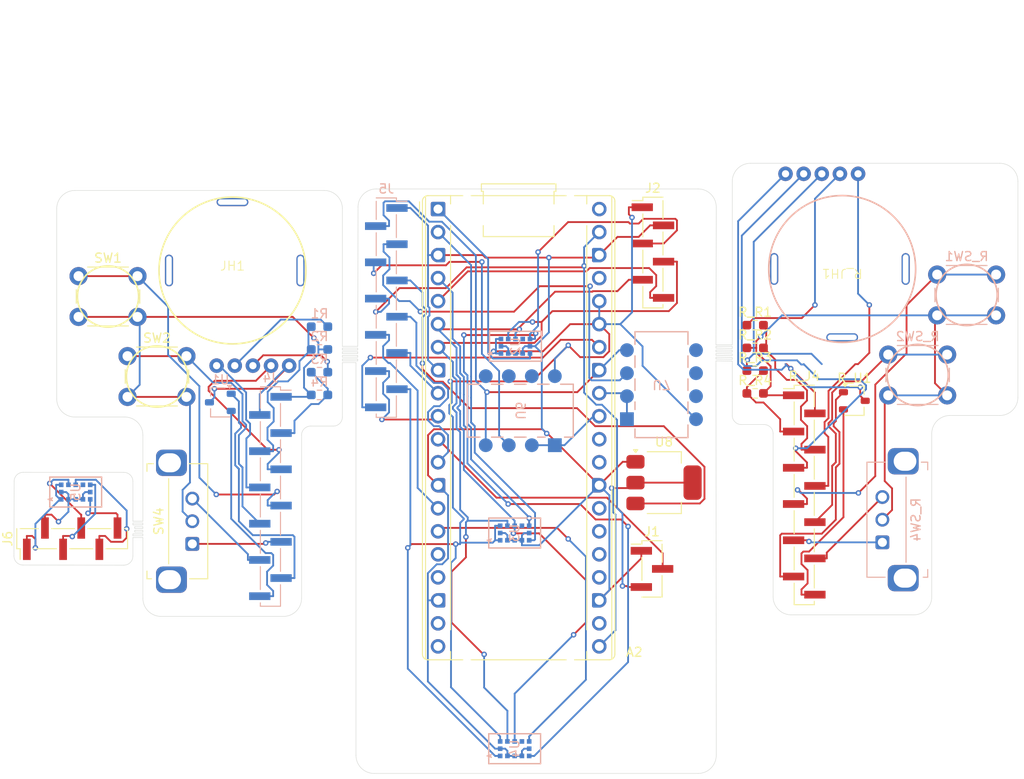
<source format=kicad_pcb>
(kicad_pcb (version 20241229) (generator "pcbnew") (generator_version "9.0")
  (layers (0 "F.Cu" signal) (2 "B.Cu" signal) (13 "F.Paste" user) (15 "B.Paste" user) (5 "F.SilkS" user "F.Silkscreen") (7 "B.SilkS" user "B.Silkscreen") (1 "F.Mask" user) (3 "B.Mask" user) (25 "Edge.Cuts" user))
  (net 0 "")
  (net 1 "D1_XSHUT")
  (net 2 "D4_XSHUT")
  (net 3 "+3.3V")
  (net 5 "GND")
  (net 7 "SCL")
  (net 9 "D3_XSHUT")
  (net 11 "SW2")
  (net 12 "Net-(A2-GPIO11)")
  (net 13 "X_ADC")
  (net 14 "SW1")
  (net 16 "AGND")
  (net 17 "Net-(A2-GPIO16)")
  (net 19 "D2_XSHUT")
  (net 23 "DATA")
  (net 24 "Y_ADC")
  (net 25 "B")
  (net 26 "A")
  (net 30 "SDA")
  (net 31 "External 5v")
  (net 32 "Trigger_ADC")
  (net 34 "Net-(JH1-Y)")
  (net 35 "Net-(JH1-X)")
  (net 36 "JH_SW")
  (net 37 "J_External 5v")
  (net 38 "J_JH_SW")
  (net 43 "J_AGND")
  (net 44 "J_X_ADC")
  (net 45 "J_Y_ADC")
  (net 46 "J_SW1")
  (net 47 "J_SW2")
  (net 48 "J_B")
  (net 49 "J_A")
  (net 50 "J_Trigger_ADC")
  (net 51 "T_GND")
  (net 52 "T_SDA")
  (net 53 "T_GPIO1")
  (net 54 "T_SCL")
  (net 55 "T_D4_XSHUT")
  (net 56 "T_3.3v")
  (net 57 "Net-(J5-Pin_4)")
  (net 58 "Net-(J5-Pin_3)")
  (net 59 "J_3.3v")
  (net 60 "J_GND")
  (footprint "Package_TO_SOT_SMD:SOT-223-3_TabPin2" (layer "F.Cu") (at 146.47 74.24)
    (property "Reference" "U8")
    (property "Value" "AMS1117-3.3")
  )
  (footprint "Connector_PinHeader_2.00mm:PinHeader_1x03_P2.00mm_Vertical_SMD_Pin1Left" (layer "F.Cu") (at 145.145 83.76)
    (property "Reference" "J1")
    (property "Value" "Conn_01x03" (hide yes))
  )
  (footprint "MountingHole:MountingHole_3.2mm_M3" (layer "F.Cu") (at 115.5 103.5)
    (property "Reference" "M3" (hide yes))
    (property "Value" "MountingHole_3.2mm_M3" (hide yes))
  )
  (footprint "Button_Switch_THT:SW_PUSH_6mm_H8mm" (layer "F.Cu") (at 81.905 51.4504)
    (property "Reference" "SW1")
    (property "Value" "SW_Push")
  )
  (footprint "MountingHole:MountingHole_3.2mm_M3" (layer "F.Cu") (at 149.4 103.5)
    (property "Reference" "M4" (hide yes))
    (property "Value" "MountingHole_3.2mm_M3" (hide yes))
  )
  (footprint "Button_Switch_THT:SW_PUSH_6mm_H8mm" (layer "F.Cu") (at 87.305 60.28)
    (property "Reference" "SW2")
    (property "Value" "SW_Push")
  )
  (footprint "Connector_PinHeader_2.00mm:PinHeader_1x12_P2.00mm_Vertical_SMD_Pin1Left" (layer "F.Cu") (at 161.935 75.6)
    (property "Reference" "R_J4")
    (property "Value" "Conn_01x12" (hide yes))
  )
  (footprint "JH16:JH16" (layer "F.Cu") (at 98.88 50.83)
    (property "Reference" "JH1")
    (property "Value" "~")
  )
  (footprint "Connector_PinHeader_2.00mm:PinHeader_1x06_P2.00mm_Vertical_SMD_Pin1Left" (layer "F.Cu") (at 81.2 80.425 90)
    (property "Reference" "J6")
    (property "Value" "Conn_01x06" (hide yes))
  )
  (footprint "Module:RaspberryPi_Pico_Common_THT" (layer "F.Cu") (at 121.55 44.05)
    (property "Reference" "A2")
    (property "Value" "RaspberryPi_Pico_W")
  )
  (footprint "Resistor_SMD:R_0603_1608Metric_Pad0.98x0.95mm_HandSolder" (layer "F.Cu") (at 156.5225 59.37)
    (property "Reference" "R_R2")
    (property "Value" "R")
  )
  (footprint "MountingHole:MountingHole_3.2mm_M3" (layer "F.Cu") (at 82.3 64.3)
    (property "Reference" "M1" (hide yes))
    (property "Value" "MountingHole_3.2mm_M3" (hide yes))
  )
  (footprint "Resistor_SMD:R_0603_1608Metric_Pad0.98x0.95mm_HandSolder" (layer "F.Cu") (at 156.5225 64.39)
    (property "Reference" "R_R4")
    (property "Value" "R")
  )
  (footprint "Connector_PinHeader_2.00mm:PinHeader_1x06_P2.00mm_Vertical_SMD_Pin1Left" (layer "F.Cu") (at 145.245 48.85)
    (property "Reference" "J2")
    (property "Value" "Conn_01x06" (hide yes))
  )
  (footprint "JH16:JH16" (layer "F.Cu") (at 166.12 50.66 180)
    (property "Reference" "R_JH1")
    (property "Value" "~")
  )
  (footprint "Resistor_SMD:R_0603_1608Metric_Pad0.98x0.95mm_HandSolder" (layer "F.Cu") (at 156.5225 61.88)
    (property "Reference" "R_R3")
    (property "Value" "R")
  )
  (footprint "Package_TO_SOT_SMD:SOT-23W" (layer "F.Cu") (at 167.46 65.21)
    (property "Reference" "R_U1")
    (property "Value" "A1308xLHxx-1")
  )
  (footprint "Resistor_SMD:R_0603_1608Metric_Pad0.98x0.95mm_HandSolder" (layer "F.Cu") (at 156.5225 56.86)
    (property "Reference" "R_R1")
    (property "Value" "R")
  )
  (footprint "Rotary_Encoder:RotaryEncoder_Bourns_Horizontal_PEC12R-2x17F-Nxxxx" (layer "F.Cu") (at 94.45 81 180)
    (property "Reference" "SW4")
    (property "Value" "RotaryEncoder")
  )
  (footprint "MountingHole:MountingHole_3.2mm_M3" (layer "F.Cu") (at 82.3 44.9)
    (property "Reference" "M2" (hide yes))
    (property "Value" "MountingHole_3.2mm_M3" (hide yes))
  )
  (footprint "VL53:LGA12_STM" (layer "B.Cu") (at 130 103.6 -90)
    (property "Reference" "U4")
    (property "Value" "VL53L4CDV0DH/1" (hide yes))
  )
  (footprint "Button_Switch_THT:SW_PUSH_6mm_H8mm" (layer "B.Cu") (at 183.095 51.2804 180)
    (property "Reference" "R_SW1")
    (property "Value" "SW_Push")
  )
  (footprint "MountingHole:MountingHole_3.2mm_M3" (layer "B.Cu") (at 182.7 44.73 180)
    (property "Reference" "M6" (hide yes))
    (property "Value" "MountingHole_3.2mm_M3" (hide yes))
  )
  (footprint "Connector_PinHeader_2.00mm:PinHeader_1x12_P2.00mm_Vertical_SMD_Pin1Left" (layer "B.Cu") (at 115.845 54.93 180)
    (property "Reference" "J5")
    (property "Value" "Conn_01x12" (hide yes))
  )
  (footprint "VL53:LGA12_STM" (layer "B.Cu") (at 130 79.8 -90)
    (property "Reference" "U3")
    (property "Value" "VL53L4CDV0DH/1")
  )
  (footprint "VL53:LGA12_STM" (layer "B.Cu") (at 81.59 75.28 -90)
    (property "Reference" "U5")
    (property "Value" "VL53L4CDV0DH/1" (hide yes))
  )
  (footprint "LM358:DIP8_300" (layer "B.Cu") (at 150 59.62)
    (property "Reference" "U7")
    (property "Value" "LMV358")
  )
  (footprint "MountingHole:MountingHole_3.2mm_M3" (layer "B.Cu") (at 182.7 64.13 180)
    (property "Reference" "M5" (hide yes))
    (property "Value" "MountingHole_3.2mm_M3" (hide yes))
  )
  (footprint "Resistor_SMD:R_0603_1608Metric_Pad0.98x0.95mm_HandSolder" (layer "B.Cu") (at 108.4775 59.54 180)
    (property "Reference" "R2")
    (property "Value" "R")
  )
  (footprint "LM358:DIP8_300" (layer "B.Cu") (at 126.81 62.49 90)
    (property "Reference" "U6")
    (property "Value" "LMV358")
  )
  (footprint "Resistor_SMD:R_0603_1608Metric_Pad0.98x0.95mm_HandSolder" (layer "B.Cu") (at 108.4775 62.05 180)
    (property "Reference" "R3")
    (property "Value" "R")
  )
  (footprint "Package_TO_SOT_SMD:SOT-23W" (layer "B.Cu") (at 97.54 65.38 180)
    (property "Reference" "U1")
    (property "Value" "A1308xLHxx-1")
  )
  (footprint "VL53:LGA12_STM" (layer "B.Cu") (at 130.09 59.19 -90)
    (property "Reference" "U2")
    (property "Value" "VL53L4CDV0DH/1")
  )
  (footprint "Connector_PinHeader_2.00mm:PinHeader_1x12_P2.00mm_Vertical_SMD_Pin1Left" (layer "B.Cu") (at 103.065 75.77 180)
    (property "Reference" "J4")
    (property "Value" "Conn_01x12" (hide yes))
  )
  (footprint "Rotary_Encoder:RotaryEncoder_Bourns_Horizontal_PEC12R-2x17F-Nxxxx" (layer "B.Cu") (at 170.55 80.83)
    (property "Reference" "R_SW4")
    (property "Value" "RotaryEncoder")
  )
  (footprint "Button_Switch_THT:SW_PUSH_6mm_H8mm" (layer "B.Cu") (at 177.695 60.11 180)
    (property "Reference" "R_SW2")
    (property "Value" "SW_Push")
  )
  (footprint "Resistor_SMD:R_0603_1608Metric_Pad0.98x0.95mm_HandSolder" (layer "B.Cu") (at 108.4775 57.03 180)
    (property "Reference" "R1")
    (property "Value" "R")
  )
  (footprint "Resistor_SMD:R_0603_1608Metric_Pad0.98x0.95mm_HandSolder" (layer "B.Cu") (at 108.4775 64.56 180)
    (property "Reference" "R4")
    (property "Value" "R")
  )
  (gr_circle (center 90.555 62.53) (end 93.93 62.53) (stroke (width 0.18)) (fill no) (layer "F.SilkS"))
  (gr_circle (center 98.88 50.83) (end 106.98 50.83) (stroke (width 0.18)) (fill no) (layer "F.SilkS"))
  (gr_circle (center 85.155 53.700363) (end 88.53 53.700363) (stroke (width 0.18)) (fill no) (layer "F.SilkS"))
  (gr_circle (center 174.445 62.36) (end 171.07 62.36) (stroke (width 0.18)) (fill no) (layer "B.SilkS"))
  (gr_circle (center 166.12 50.66) (end 158.02 50.66) (stroke (width 0.18)) (fill no) (layer "B.SilkS"))
  (gr_circle (center 179.845 53.530363) (end 176.47 53.530363) (stroke (width 0.18)) (fill no) (layer "B.SilkS"))
  (gr_line (start 150.229999 41.83) (end 114.726548 41.83) (stroke (width 0.05)) (layer "Edge.Cuts"))
  (gr_line (start 112.7 59.8) (end 112.7 60) (stroke (width 0.05)) (layer "Edge.Cuts"))
  (gr_line (start 86.9001 73.103872) (end 75.8 73.1) (stroke (width 0.05)) (layer "Edge.Cuts"))
  (gr_line (start 112.5 61) (end 112.5 104.331324) (stroke (width 0.05)) (layer "Edge.Cuts"))
  (gr_line (start 112.7 59.2) (end 112.726551 43.826546) (stroke (width 0.05)) (layer "Edge.Cuts"))
  (gr_line (start 154 59.63) (end 152.2 59.6) (stroke (width 0.05)) (layer "Edge.Cuts"))
  (gr_line (start 88.1 79.7) (end 89 79.7) (stroke (width 0.05)) (layer "Edge.Cuts"))
  (gr_line (start 111 64) (end 111 67) (stroke (width 0.05)) (layer "Edge.Cuts"))
  (gr_line (start 89 80.3) (end 87.9 80.3) (stroke (width 0.05)) (layer "Edge.Cuts"))
  (gr_line (start 111 59.6) (end 112.7 59.6) (stroke (width 0.05)) (layer "Edge.Cuts"))
  (gr_line (start 89 78.7) (end 89 78.9) (stroke (width 0.05)) (layer "Edge.Cuts"))
  (gr_line (start 89 79.9) (end 87.9 79.9) (stroke (width 0.05)) (layer "Edge.Cuts"))
  (gr_line (start 154 60.83) (end 152.2 60.8) (stroke (width 0.05)) (layer "Edge.Cuts"))
  (gr_line (start 154 60.03) (end 152.2 60) (stroke (width 0.05)) (layer "Edge.Cuts"))
  (gr_line (start 185.5 41) (end 185.5 64.83) (stroke (width 0.05)) (layer "Edge.Cuts"))
  (gr_line (start 111 59.4) (end 112.7 59.4) (stroke (width 0.05)) (layer "Edge.Cuts"))
  (gr_line (start 154 59.43) (end 154 59.2) (stroke (width 0.05)) (layer "Edge.Cuts"))
  (gr_arc (start 106.5 87) (mid 105.914214 88.414214) (end 104.5 89) (stroke (width 0.05)) (layer "Edge.Cuts"))
  (gr_arc (start 160.5 88.83) (mid 159.085786 88.244214) (end 158.5 86.83) (stroke (width 0.05)) (layer "Edge.Cuts"))
  (gr_line (start 87.9 80.1) (end 87.9 79.9) (stroke (width 0.05)) (layer "Edge.Cuts"))
  (gr_line (start 111 61) (end 112.5 61) (stroke (width 0.05)) (layer "Edge.Cuts"))
  (gr_line (start 89 79.5) (end 89 79.7) (stroke (width 0.05)) (layer "Edge.Cuts"))
  (gr_line (start 111 60.2) (end 112.7 60.2) (stroke (width 0.05)) (layer "Edge.Cuts"))
  (gr_arc (start 185.5 64.83) (mid 184.914214 66.244214) (end 183.5 66.83) (stroke (width 0.05)) (layer "Edge.Cuts"))
  (gr_line (start 154 59.2) (end 152.2 59.2) (stroke (width 0.05)) (layer "Edge.Cuts"))
  (gr_arc (start 176 86.83) (mid 175.414214 88.244214) (end 174 88.83) (stroke (width 0.05)) (layer "Edge.Cuts"))
  (gr_line (start 154 59.43) (end 152.2 59.4) (stroke (width 0.05)) (layer "Edge.Cuts"))
  (gr_arc (start 75.78 83.335) (mid 75.072893 83.042107) (end 74.78 82.335) (stroke (width 0.05)) (layer "Edge.Cuts"))
  (gr_line (start 152.2 59.4) (end 152.2 59.2) (stroke (width 0.05)) (layer "Edge.Cuts"))
  (gr_line (start 154 60.23) (end 152.2 60.2) (stroke (width 0.05)) (layer "Edge.Cuts"))
  (gr_line (start 183.5 66.83) (end 178 66.83) (stroke (width 0.05)) (layer "Edge.Cuts"))
  (gr_line (start 89 80.3) (end 89 87) (stroke (width 0.05)) (layer "Edge.Cuts"))
  (gr_line (start 152.2 60.8) (end 152.229999 104.33) (stroke (width 0.05)) (layer "Edge.Cuts"))
  (gr_line (start 114.5 106.33) (end 150.229999 106.33) (stroke (width 0.05)) (layer "Edge.Cuts"))
  (gr_line (start 157.5 67.83) (end 155 67.83) (stroke (width 0.05)) (layer "Edge.Cuts"))
  (gr_line (start 111 60) (end 111 59.8) (stroke (width 0.05)) (layer "Edge.Cuts"))
  (gr_line (start 89 79.9) (end 89 80.1) (stroke (width 0.05)) (layer "Edge.Cuts"))
  (gr_line (start 79.5 44) (end 79.5 65) (stroke (width 0.05)) (layer "Edge.Cuts"))
  (gr_line (start 152.23 43.83) (end 152.2 59.03) (stroke (width 0.05)) (layer "Edge.Cuts"))
  (gr_line (start 87.9 78.9) (end 89 78.9) (stroke (width 0.05)) (layer "Edge.Cuts"))
  (gr_line (start 75.78 83.335) (end 86.900022 83.348191) (stroke (width 0.05)) (layer "Edge.Cuts"))
  (gr_line (start 107.5 68) (end 110 68) (stroke (width 0.05)) (layer "Edge.Cuts"))
  (gr_line (start 112.7 60.2) (end 112.7 60.4) (stroke (width 0.05)) (layer "Edge.Cuts"))
  (gr_line (start 154 60.63) (end 154 60.43) (stroke (width 0.05)) (layer "Edge.Cuts"))
  (gr_line (start 154 63.83) (end 154 66.83) (stroke (width 0.05)) (layer "Edge.Cuts"))
  (gr_line (start 176.000001 68.829999) (end 176 86.83) (stroke (width 0.05)) (layer "Edge.Cuts"))
  (gr_line (start 111 59.2) (end 112.7 59.2) (stroke (width 0.05)) (layer "Edge.Cuts"))
  (gr_line (start 112.7 60.6) (end 111 60.6) (stroke (width 0.05)) (layer "Edge.Cuts"))
  (gr_line (start 111 60.4) (end 111 60.2) (stroke (width 0.05)) (layer "Edge.Cuts"))
  (gr_line (start 88.1 79.7) (end 88.1 79.5) (stroke (width 0.05)) (layer "Edge.Cuts"))
  (gr_line (start 154 60.63) (end 152.2 60.6) (stroke (width 0.05)) (layer "Edge.Cuts"))
  (gr_line (start 152.2 60.6) (end 152.2 60.4) (stroke (width 0.05)) (layer "Edge.Cuts"))
  (gr_line (start 158.5 86.83) (end 158.5 68.83) (stroke (width 0.05)) (layer "Edge.Cuts"))
  (gr_arc (start 91 89) (mid 89.585786 88.414214) (end 89 87) (stroke (width 0.05)) (layer "Edge.Cuts"))
  (gr_line (start 74.8 74.1) (end 74.78 82.335) (stroke (width 0.05)) (layer "Edge.Cuts"))
  (gr_line (start 111 60) (end 112.7 60) (stroke (width 0.05)) (layer "Edge.Cuts"))
  (gr_line (start 154 60.83) (end 154 63.83) (stroke (width 0.05)) (layer "Edge.Cuts"))
  (gr_line (start 111 59.8) (end 112.7 59.8) (stroke (width 0.05)) (layer "Edge.Cuts"))
  (gr_line (start 91 89) (end 104.5 89) (stroke (width 0.05)) (layer "Edge.Cuts"))
  (gr_line (start 112.7 60.6) (end 112.7 60.8) (stroke (width 0.05)) (layer "Edge.Cuts"))
  (gr_line (start 112.7 59.4) (end 112.7 59.6) (stroke (width 0.05)) (layer "Edge.Cuts"))
  (gr_line (start 111 61) (end 111 64) (stroke (width 0.05)) (layer "Edge.Cuts"))
  (gr_arc (start 114.5 106.33) (mid 113.08627 105.744673) (end 112.5 104.331324) (stroke (width 0.05)) (layer "Edge.Cuts"))
  (gr_line (start 154 59.83) (end 154 59.63) (stroke (width 0.05)) (layer "Edge.Cuts"))
  (gr_line (start 152.2 60.2) (end 152.2 60) (stroke (width 0.05)) (layer "Edge.Cuts"))
  (gr_arc (start 112.726551 43.826546) (mid 113.313559 42.414583) (end 114.726548 41.83) (stroke (width 0.05)) (layer "Edge.Cuts"))
  (gr_arc (start 74.8 74.1) (mid 75.092893 73.392893) (end 75.8 73.1) (stroke (width 0.05)) (layer "Edge.Cuts"))
  (gr_arc (start 81.5 67) (mid 80.085786 66.414214) (end 79.5 65) (stroke (width 0.05)) (layer "Edge.Cuts"))
  (gr_arc (start 183.5 39) (mid 184.914214 39.585786) (end 185.5 41) (stroke (width 0.05)) (layer "Edge.Cuts"))
  (gr_line (start 87.9 80.1) (end 89 80.1) (stroke (width 0.05)) (layer "Edge.Cuts"))
  (gr_arc (start 111 67) (mid 110.707107 67.707107) (end 110 68) (stroke (width 0.05)) (layer "Edge.Cuts"))
  (gr_arc (start 87 67) (mid 88.414214 67.585786) (end 89 69) (stroke (width 0.05)) (layer "Edge.Cuts"))
  (gr_line (start 88.1 79.1) (end 89 79.1) (stroke (width 0.05)) (layer "Edge.Cuts"))
  (gr_line (start 152.2 59.8) (end 152.2 59.6) (stroke (width 0.05)) (layer "Edge.Cuts"))
  (gr_line (start 87.9 78.500227) (end 89 78.5) (stroke (width 0.05)) (layer "Edge.Cuts"))
  (gr_arc (start 150.229999 41.83) (mid 151.644213 42.415786) (end 152.229999 43.83) (stroke (width 0.05)) (layer "Edge.Cuts"))
  (gr_line (start 87.9 80.3) (end 87.9 82.34159) (stroke (width 0.05)) (layer "Edge.Cuts"))
  (gr_arc (start 155 67.83) (mid 154.292893 67.537107) (end 154 66.83) (stroke (width 0.05)) (layer "Edge.Cuts"))
  (gr_line (start 111 59.2) (end 111 44) (stroke (width 0.05)) (layer "Edge.Cuts"))
  (gr_arc (start 109 42) (mid 110.414214 42.585786) (end 111 44) (stroke (width 0.05)) (layer "Edge.Cuts"))
  (gr_line (start 154 59.03) (end 152.2 59.03) (stroke (width 0.05)) (layer "Edge.Cuts"))
  (gr_arc (start 176 68.83) (mid 176.585786 67.415786) (end 178 66.83) (stroke (width 0.05)) (layer "Edge.Cuts"))
  (gr_line (start 89 79.3) (end 88.1 79.3) (stroke (width 0.05)) (layer "Edge.Cuts"))
  (gr_line (start 111 60.8) (end 111 60.6) (stroke (width 0.05)) (layer "Edge.Cuts"))
  (gr_line (start 154 60.23) (end 154 60.03) (stroke (width 0.05)) (layer "Edge.Cuts"))
  (gr_line (start 156 39) (end 183.5 39) (stroke (width 0.05)) (layer "Edge.Cuts"))
  (gr_arc (start 79.5 44) (mid 80.085786 42.585786) (end 81.5 42) (stroke (width 0.05)) (layer "Edge.Cuts"))
  (gr_arc (start 87.9 82.34159) (mid 87.609468 83.052969) (end 86.900022 83.348191) (stroke (width 0.05)) (layer "Edge.Cuts"))
  (gr_line (start 88.1 79.3) (end 88.1 79.1) (stroke (width 0.05)) (layer "Edge.Cuts"))
  (gr_arc (start 154 41) (mid 154.585785 39.585784) (end 156 39) (stroke (width 0.05)) (layer "Edge.Cuts"))
  (gr_line (start 106.5 87) (end 106.5 69) (stroke (width 0.05)) (layer "Edge.Cuts"))
  (gr_line (start 89 78.5) (end 89 69) (stroke (width 0.05)) (layer "Edge.Cuts"))
  (gr_line (start 174 88.83) (end 160.5 88.83) (stroke (width 0.05)) (layer "Edge.Cuts"))
  (gr_arc (start 106.5 69) (mid 106.792893 68.292893) (end 107.5 68) (stroke (width 0.05)) (layer "Edge.Cuts"))
  (gr_line (start 111 60.8) (end 112.7 60.8) (stroke (width 0.05)) (layer "Edge.Cuts"))
  (gr_line (start 81.5 67) (end 87 67) (stroke (width 0.05)) (layer "Edge.Cuts"))
  (gr_line (start 111 59.6) (end 111 59.4) (stroke (width 0.05)) (layer "Edge.Cuts"))
  (gr_line (start 87.9 78.500227) (end 87.9 74.1) (stroke (width 0.05)) (layer "Edge.Cuts"))
  (gr_arc (start 157.5 67.83) (mid 158.207107 68.122893) (end 158.5 68.83) (stroke (width 0.05)) (layer "Edge.Cuts"))
  (gr_line (start 154 59.83) (end 152.2 59.8) (stroke (width 0.05)) (layer "Edge.Cuts"))
  (gr_line (start 109 42) (end 81.5 42) (stroke (width 0.05)) (layer "Edge.Cuts"))
  (gr_arc (start 86.900008 73.103872) (mid 87.605767 73.395385) (end 87.9 74.1) (stroke (width 0.05)) (layer "Edge.Cuts"))
  (gr_line (start 89 79.1) (end 89 79.3) (stroke (width 0.05)) (layer "Edge.Cuts"))
  (gr_line (start 154 60.43) (end 152.2 60.4) (stroke (width 0.05)) (layer "Edge.Cuts"))
  (gr_line (start 87.9 78.7) (end 89 78.7) (stroke (width 0.05)) (layer "Edge.Cuts"))
  (gr_line (start 154 59.03) (end 154 41) (stroke (width 0.05)) (layer "Edge.Cuts"))
  (gr_arc (start 152.229999 104.33) (mid 151.644213 105.744214) (end 150.229999 106.33) (stroke (width 0.05)) (layer "Edge.Cuts"))
  (gr_line (start 88.1 79.5) (end 89 79.5) (stroke (width 0.05)) (layer "Edge.Cuts"))
  (gr_line (start 111 60.4) (end 112.7 60.4) (stroke (width 0.05)) (layer "Edge.Cuts"))
  (gr_line (start 87.9 78.9) (end 87.9 78.7) (stroke (width 0.05)) (layer "Edge.Cuts"))
  (segment (start 131.69 60.5457) (end 131.69 59.99) (width 0.2) (layer "B.Cu") (net 1))
  (segment (start 127.077 49.5767) (end 127.077 59.9952) (width 0.2) (layer "B.Cu") (net 1))
  (segment (start 127.627 60.5457) (end 131.69 60.5457) (width 0.2) (layer "B.Cu") (net 1))
  (segment (start 127.077 59.9952) (end 127.627 60.5457) (width 0.2) (layer "B.Cu") (net 1))
  (segment (start 121.55 44.05) (end 127.077 49.5767) (width 0.2) (layer "B.Cu") (net 1))
  (segment (start 121.55 54.21) (end 124.834 50.9256) (width 0.2) (layer "F.Cu") (net 2))
  (segment (start 145.61 51.3372) (end 145.61 52.547) (width 0.2) (layer "F.Cu") (net 2))
  (segment (start 124.834 50.9256) (end 137.907 50.9256) (width 0.2) (layer "F.Cu") (net 2))
  (segment (start 137.907 50.9256) (end 138.273 50.5604) (width 0.2) (layer "F.Cu") (net 2))
  (segment (start 145.61 52.547) (end 144.943 53.2142) (width 0.2) (layer "F.Cu") (net 2))
  (segment (start 144.834 50.5604) (end 145.61 51.3372) (width 0.2) (layer "F.Cu") (net 2))
  (segment (start 144.943 53.85) (end 146.42 53.85) (width 0.2) (layer "F.Cu") (net 2))
  (segment (start 144.943 53.2142) (end 144.943 53.85) (width 0.2) (layer "F.Cu") (net 2))
  (segment (start 138.273 50.5604) (end 144.834 50.5604) (width 0.2) (layer "F.Cu") (net 2))
  (segment (start 133.126 59.7461) (end 127.678 59.7461) (width 0.2) (layer "F.Cu") (net 3))
  (segment (start 131.923 63.068) (end 122.894 63.068) (width 0.2) (layer "F.Cu") (net 3))
  (segment (start 135.911 59.0807) (end 131.923 63.068) (width 0.2) (layer "F.Cu") (net 3))
  (segment (start 123.498 81.0215) (end 118.625 81.0215) (width 0.2) (layer "F.Cu") (net 3))
  (segment (start 139.33 56.75) (end 140.432 57.8517) (width 0.2) (layer "F.Cu") (net 3))
  (segment (start 118.625 81.0215) (end 118.215 81.4315) (width 0.2) (layer "F.Cu") (net 3))
  (segment (start 142.593 44.6315) (end 142.941 44.9791) (width 0.2) (layer "F.Cu") (net 3))
  (segment (start 137.222 60.3917) (end 135.911 59.0807) (width 0.2) (layer "F.Cu") (net 3))
  (segment (start 144.07 43.85) (end 142.593 43.85) (width 0.2) (layer "F.Cu") (net 3))
  (segment (start 139.33 56.75) (end 136.122 56.75) (width 0.2) (layer "F.Cu") (net 3))
  (segment (start 139.786 60.3917) (end 137.222 60.3917) (width 0.2) (layer "F.Cu") (net 3))
  (segment (start 142.593 43.85) (end 142.593 44.6315) (width 0.2) (layer "F.Cu") (net 3))
  (segment (start 140.432 57.8517) (end 140.432 59.7464) (width 0.2) (layer "F.Cu") (net 3))
  (segment (start 140.432 59.7464) (end 139.786 60.3917) (width 0.2) (layer "F.Cu") (net 3))
  (segment (start 136.122 56.75) (end 133.126 59.7461) (width 0.2) (layer "F.Cu") (net 3))
  (via (at 122.894 63.068) (size 0.6) (drill 0.3) (layers "F.Cu" "B.Cu") (net 3))
  (via (at 135.911 59.0807) (size 0.6) (drill 0.3) (layers "F.Cu" "B.Cu") (net 3))
  (via (at 127.678 59.7461) (size 0.6) (drill 0.3) (layers "F.Cu" "B.Cu") (net 3))
  (via (at 123.498 81.0215) (size 0.6) (drill 0.3) (layers "F.Cu" "B.Cu") (net 3))
  (via (at 118.215 81.4315) (size 0.6) (drill 0.3) (layers "F.Cu" "B.Cu") (net 3))
  (via (at 142.941 44.9791) (size 0.6) (drill 0.3) (layers "F.Cu" "B.Cu") (net 3))
  (segment (start 123.066 63.24) (end 122.894 63.068) (width 0.2) (layer "B.Cu") (net 3))
  (segment (start 123.498 82.5644) (end 123.498 81.0215) (width 0.2) (layer "B.Cu") (net 3))
  (segment (start 142.941 44.9791) (end 142.941 55.4533) (width 0.2) (layer "B.Cu") (net 3))
  (segment (start 128.4 102.244) (end 122.979 96.8236) (width 0.2) (layer "B.Cu") (net 3))
  (segment (start 127.844 104.4) (end 118.215 94.771) (width 0.2) (layer "B.Cu") (net 3))
  (segment (start 122.979 83.0834) (end 123.498 82.5644) (width 0.2) (layer "B.Cu") (net 3))
  (segment (start 139.33 54.21) (end 139.33 56.75) (width 0.2) (layer "B.Cu") (net 3))
  (segment (start 117.02 63.93) (end 118.497 63.93) (width 0.2) (layer "B.Cu") (net 3))
  (segment (start 124.384 78.2854) (end 124.384 78.2028) (width 0.2) (layer "B.Cu") (net 3))
  (segment (start 122.788 66.5987) (end 122.788 65.6805) (width 0.2) (layer "B.Cu") (net 3))
  (segment (start 118.215 94.771) (end 118.215 81.4315) (width 0.2) (layer "B.Cu") (net 3))
  (segment (start 123.188 66.9991) (end 122.788 66.5987) (width 0.2) (layer "B.Cu") (net 3))
  (segment (start 118.497 63.93) (end 118.497 81.1501) (width 0.2) (layer "B.Cu") (net 3))
  (segment (start 127.806 59.7461) (end 127.934 59.8741) (width 0.2) (layer "B.Cu") (net 3))
  (segment (start 127.934 58.39) (end 128.49 58.39) (width 0.2) (layer "B.Cu") (net 3))
  (segment (start 123.992 80.8634) (end 123.992 78.6769) (width 0.2) (layer "B.Cu") (net 3))
  (segment (start 128.49 59.99) (end 127.934 59.99) (width 0.2) (layer "B.Cu") (net 3))
  (segment (start 128.4 104.4) (end 127.844 104.4) (width 0.2) (layer "B.Cu") (net 3))
  (segment (start 127.581 80.8634) (end 127.844 80.6) (width 0.2) (layer "B.Cu") (net 3))
  (segment (start 144.106 61.3461) (end 144.106 59.2119) (width 0.2) (layer "B.Cu") (net 3))
  (segment (start 123.066 65.4017) (end 123.066 63.24) (width 0.2) (layer "B.Cu") (net 3))
  (segment (start 123.992 80.8634) (end 127.581 80.8634) (width 0.2) (layer "B.Cu") (net 3))
  (segment (start 127.934 59.7461) (end 127.934 58.39) (width 0.2) (layer "B.Cu") (net 3))
  (segment (start 128.4 102.8) (end 128.4 102.244) (width 0.2) (layer "B.Cu") (net 3))
  (segment (start 124.384 78.2028) (end 123.188 77.0071) (width 0.2) (layer "B.Cu") (net 3))
  (segment (start 127.934 59.99) (end 127.934 59.8741) (width 0.2) (layer "B.Cu") (net 3))
  (segment (start 123.188 77.0071) (end 123.188 66.9991) (width 0.2) (layer "B.Cu") (net 3))
  (segment (start 127.678 59.7461) (end 127.934 59.7461) (width 0.2) (layer "B.Cu") (net 3))
  (segment (start 142.941 55.4533) (end 141.644 56.75) (width 0.2) (layer "B.Cu") (net 3))
  (segment (start 122.979 96.8236) (end 122.979 83.0834) (width 0.2) (layer "B.Cu") (net 3))
  (segment (start 134.43 60.5614) (end 134.43 62.49) (width 0.2) (layer "B.Cu") (net 3))
  (segment (start 127.934 59.8741) (end 127.934 59.7461) (width 0.2) (layer "B.Cu") (net 3))
  (segment (start 128.4 79) (end 127.844 79) (width 0.2) (layer "B.Cu") (net 3))
  (segment (start 127.844 79) (end 127.844 80.6) (width 0.2) (layer "B.Cu") (net 3))
  (segment (start 123.992 81.0215) (end 123.992 80.8634) (width 0.2) (layer "B.Cu") (net 3))
  (segment (start 150 67.24) (end 144.106 61.3461) (width 0.2) (layer "B.Cu") (net 3))
  (segment (start 122.788 65.6805) (end 123.066 65.4017) (width 0.2) (layer "B.Cu") (net 3))
  (segment (start 118.497 81.1501) (end 118.215 81.4315) (width 0.2) (layer "B.Cu") (net 3))
  (segment (start 123.992 78.6769) (end 124.384 78.2854) (width 0.2) (layer "B.Cu") (net 3))
  (segment (start 123.498 81.0215) (end 123.992 81.0215) (width 0.2) (layer "B.Cu") (net 3))
  (segment (start 135.911 59.0807) (end 134.43 60.5614) (width 0.2) (layer "B.Cu") (net 3))
  (segment (start 144.106 59.2119) (end 141.644 56.75) (width 0.2) (layer "B.Cu") (net 3))
  (segment (start 128.4 80.6) (end 127.844 80.6) (width 0.2) (layer "B.Cu") (net 3))
  (segment (start 141.644 56.75) (end 139.33 56.75) (width 0.2) (layer "B.Cu") (net 3))
  (segment (start 139.33 87.23) (end 143.97 82.59) (width 0.2) (layer "F.Cu") (net 5))
  (segment (start 139.052 49.4079) (end 133.774 49.4079) (width 0.2) (layer "F.Cu") (net 5))
  (segment (start 133.774 49.4079) (end 126.766 49.4079) (width 0.2) (layer "F.Cu") (net 5))
  (segment (start 141.337 47.1233) (end 143.67 47.1233) (width 0.2) (layer "F.Cu") (net 5))
  (segment (start 143.67 47.1233) (end 144.943 45.85) (width 0.2) (layer "F.Cu") (net 5))
  (segment (start 133.532 68.8132) (end 133.067 68.3483) (width 0.2) (layer "F.Cu") (net 5))
  (segment (start 139.33 74.53) (end 133.613 68.8132) (width 0.2) (layer "F.Cu") (net 5))
  (segment (start 141.92 71.94) (end 139.33 74.53) (width 0.2) (layer "F.Cu") (net 5))
  (segment (start 120.448 68.9937) (end 120.448 73.4283) (width 0.2) (layer "F.Cu") (net 5))
  (segment (start 126.766 49.4079) (end 126.488 49.13) (width 0.2) (layer "F.Cu") (net 5))
  (segment (start 139.33 49.13) (end 139.052 49.4079) (width 0.2) (layer "F.Cu") (net 5))
  (segment (start 144.943 45.85) (end 146.42 45.85) (width 0.2) (layer "F.Cu") (net 5))
  (segment (start 133.613 68.8132) (end 133.532 68.8132) (width 0.2) (layer "F.Cu") (net 5))
  (segment (start 133.067 68.3483) (end 121.094 68.3483) (width 0.2) (layer "F.Cu") (net 5))
  (segment (start 143.97 82.59) (end 143.97 81.76) (width 0.2) (layer "F.Cu") (net 5))
  (segment (start 121.094 68.3483) (end 120.448 68.9937) (width 0.2) (layer "F.Cu") (net 5))
  (segment (start 139.33 49.13) (end 141.337 47.1233) (width 0.2) (layer "F.Cu") (net 5))
  (segment (start 143.32 71.94) (end 141.92 71.94) (width 0.2) (layer "F.Cu") (net 5))
  (segment (start 126.488 49.13) (end 121.55 49.13) (width 0.2) (layer "F.Cu") (net 5))
  (segment (start 120.448 73.4283) (end 121.55 74.53) (width 0.2) (layer "F.Cu") (net 5))
  (via (at 133.532 68.8132) (size 0.6) (drill 0.3) (layers "F.Cu" "B.Cu") (net 5))
  (via (at 133.774 49.4079) (size 0.6) (drill 0.3) (layers "F.Cu" "B.Cu") (net 5))
  (segment (start 127.844 103.6) (end 120.426 96.1821) (width 0.2) (layer "B.Cu") (net 5))
  (segment (start 129.2 80.6) (end 130 80.6) (width 0.2) (layer "B.Cu") (net 5))
  (segment (start 130.8 80.0443) (end 131.044 79.8001) (width 0.2) (layer "B.Cu") (net 5))
  (segment (start 118.497 43.93) (end 117.02 43.93) (width 0.2) (layer "B.Cu") (net 5))
  (segment (start 131.044 79.8) (end 131.5999 79.8) (width 0.2) (layer "B.Cu") (net 5))
  (segment (start 129.2 80.6) (end 129.2 80.0443) (width 0.2) (layer "B.Cu") (net 5))
  (segment (start 129.2 104.122) (end 129.2 103.844) (width 0.2) (layer "B.Cu") (net 5))
  (segment (start 129.29 59.99) (end 129.29 59.7121) (width 0.2) (layer "B.Cu") (net 5))
  (segment (start 120.426 96.1821) (end 120.426 87.23) (width 0.2) (layer "B.Cu") (net 5))
  (segment (start 122.006 83.2517) (end 121.407 83.2517) (width 0.2) (layer "B.Cu") (net 5))
  (segment (start 132.704 81.1557) (end 139.33 74.53) (width 0.2) (layer "B.Cu") (net 5))
  (segment (start 133.774 57.6615) (end 133.774 49.4079) (width 0.2) (layer "B.Cu") (net 5))
  (segment (start 130.89 59.4343) (end 131.134 59.1901) (width 0.2) (layer "B.Cu") (net 5))
  (segment (start 121.55 87.23) (end 120.426 87.23) (width 0.2) (layer "B.Cu") (net 5))
  (segment (start 132.989 68.2709) (end 132.989 59.9338) (width 0.2) (layer "B.Cu") (net 5))
  (segment (start 130.556 104.366) (end 130.8 104.122) (width 0.2) (layer "B.Cu") (net 5))
  (segment (start 128.956 79.8) (end 128.4 79.8) (width 0.2) (layer "B.Cu") (net 5))
  (segment (start 130.8 80.6) (end 130 80.6) (width 0.2) (layer "B.Cu") (net 5))
  (segment (start 130.646 59.99) (end 130.646 59.9564) (width 0.2) (layer "B.Cu") (net 5))
  (segment (start 122.652 75.6317) (end 122.652 82.6064) (width 0.2) (layer "B.Cu") (net 5))
  (segment (start 129.2 104.122) (end 129.444 104.366) (width 0.2) (layer "B.Cu") (net 5))
  (segment (start 130.89 59.99) (end 130.89 59.7121) (width 0.2) (layer "B.Cu") (net 5))
  (segment (start 120.444 55.9509) (end 120.607 55.787) (width 0.2) (layer "B.Cu") (net 5))
  (segment (start 139.33 74.53) (end 140.444 75.6437) (width 0.2) (layer "B.Cu") (net 5))
  (segment (start 130.09 59.99) (end 130.646 59.99) (width 0.2) (layer "B.Cu") (net 5))
  (segment (start 120.444 54.7921) (end 120.444 49.13) (width 0.2) (layer "B.Cu") (net 5))
  (segment (start 129.2 80.0443) (end 128.956 79.8) (width 0.2) (layer "B.Cu") (net 5))
  (segment (start 120.444 60.7235) (end 120.444 55.9509) (width 0.2) (layer "B.Cu") (net 5))
  (segment (start 130 104.4) (end 130.556 104.4) (width 0.2) (layer "B.Cu") (net 5))
  (segment (start 130.646 59.9564) (end 130.89 59.7121) (width 0.2) (layer "B.Cu") (net 5))
  (segment (start 131.5999 103.6) (end 131.6 103.6) (width 0.2) (layer "B.Cu") (net 5))
  (segment (start 131.044 103.6) (end 131.5999 103.6) (width 0.2) (layer "B.Cu") (net 5))
  (segment (start 122.652 82.6064) (end 122.006 83.2517) (width 0.2) (layer "B.Cu") (net 5))
  (segment (start 120.444 45.8768) (end 118.497 43.93) (width 0.2) (layer "B.Cu") (net 5))
  (segment (start 131.6899 59.19) (end 132.246 59.19) (width 0.2) (layer "B.Cu") (net 5))
  (segment (start 129.2 104.4) (end 129.2 104.122) (width 0.2) (layer "B.Cu") (net 5))
  (segment (start 121.55 74.53) (end 122.652 75.6317) (width 0.2) (layer "B.Cu") (net 5))
  (segment (start 128.4 103.6) (end 127.844 103.6) (width 0.2) (layer "B.Cu") (net 5))
  (segment (start 130.89 59.7121) (end 130.89 59.4343) (width 0.2) (layer "B.Cu") (net 5))
  (segment (start 129.2 103.844) (end 128.956 103.6) (width 0.2) (layer "B.Cu") (net 5))
  (segment (start 132.989 59.9338) (end 132.246 59.19) (width 0.2) (layer "B.Cu") (net 5))
  (segment (start 130.8 104.122) (end 130.8 103.844) (width 0.2) (layer "B.Cu") (net 5))
  (segment (start 140.444 75.6437) (end 140.444 86.1163) (width 0.2) (layer "B.Cu") (net 5))
  (segment (start 131.134 59.1901) (end 131.134 59.19) (width 0.2) (layer "B.Cu") (net 5))
  (segment (start 128.956 103.6) (end 128.4 103.6) (width 0.2) (layer "B.Cu") (net 5))
  (segment (start 131.044 79.8001) (end 131.044 79.8) (width 0.2) (layer "B.Cu") (net 5))
  (segment (start 129.444 104.366) (end 129.444 104.4) (width 0.2) (layer "B.Cu") (net 5))
  (segment (start 121.55 61.83) (end 120.444 60.7235) (width 0.2) (layer "B.Cu") (net 5))
  (segment (start 130.8 81.1557) (end 132.704 81.1557) (width 0.2) (layer "B.Cu") (net 5))
  (segment (start 121.407 83.2517) (end 120.426 84.2322) (width 0.2) (layer "B.Cu") (net 5))
  (segment (start 120.426 84.2322) (end 120.426 87.23) (width 0.2) (layer "B.Cu") (net 5))
  (segment (start 129.534 59.9564) (end 129.29 59.7121) (width 0.2) (layer "B.Cu") (net 5))
  (segment (start 120.444 49.13) (end 120.444 45.8768) (width 0.2) (layer "B.Cu") (net 5))
  (segment (start 130.8 80.6) (end 130.8 81.1557) (width 0.2) (layer "B.Cu") (net 5))
  (segment (start 129.29 59.4343) (end 129.046 59.19) (width 0.2) (layer "B.Cu") (net 5))
  (segment (start 120.444 49.13) (end 121.55 49.13) (width 0.2) (layer "B.Cu") (net 5))
  (segment (start 129.444 104.4) (end 130 104.4) (width 0.2) (layer "B.Cu") (net 5))
  (segment (start 120.607 55.787) (end 120.607 54.956) (width 0.2) (layer "B.Cu") (net 5))
  (segment (start 129.046 59.19) (end 128.49 59.19) (width 0.2) (layer "B.Cu") (net 5))
  (segment (start 130.8 103.844) (end 131.044 103.6) (width 0.2) (layer "B.Cu") (net 5))
  (segment (start 129.29 59.7121) (end 129.29 59.4343) (width 0.2) (layer "B.Cu") (net 5))
  (segment (start 129.534 59.99) (end 129.534 59.9564) (width 0.2) (layer "B.Cu") (net 5))
  (segment (start 130.09 59.99) (end 129.534 59.99) (width 0.2) (layer "B.Cu") (net 5))
  (segment (start 130.8 80.6) (end 130.8 80.0443) (width 0.2) (layer "B.Cu") (net 5))
  (segment (start 140.444 86.1163) (end 139.33 87.23) (width 0.2) (layer "B.Cu") (net 5))
  (segment (start 120.607 54.956) (end 120.444 54.7921) (width 0.2) (layer "B.Cu") (net 5))
  (segment (start 133.532 68.8132) (end 132.989 68.2709) (width 0.2) (layer "B.Cu") (net 5))
  (segment (start 130.556 104.4) (end 130.556 104.366) (width 0.2) (layer "B.Cu") (net 5))
  (segment (start 130.8 104.4) (end 130.8 104.122) (width 0.2) (layer "B.Cu") (net 5))
  (segment (start 131.5999 79.8) (end 131.6 79.8) (width 0.2) (layer "B.Cu") (net 5))
  (segment (start 131.134 59.19) (end 131.6899 59.19) (width 0.2) (layer "B.Cu") (net 5))
  (segment (start 132.246 59.19) (end 133.774 57.6615) (width 0.2) (layer "B.Cu") (net 5))
  (segment (start 132.972 56.5089) (end 134.169 55.3117) (width 0.2) (layer "F.Cu") (net 7))
  (segment (start 126.55 93.1904) (end 126.633 93.1904) (width 0.2) (layer "F.Cu") (net 7))
  (segment (start 132.972 56.5089) (end 132.972 58.0257) (width 0.2) (layer "F.Cu") (net 7))
  (segment (start 131.967 56.5089) (end 132.972 56.5089) (width 0.2) (layer "F.Cu") (net 7))
  (segment (start 122.02 58.8201) (end 121.55 59.29) (width 0.2) (layer "F.Cu") (net 7))
  (segment (start 147.897 49.85) (end 146.42 49.85) (width 0.2) (layer "F.Cu") (net 7))
  (segment (start 132.177 58.8201) (end 122.02 58.8201) (width 0.2) (layer "F.Cu") (net 7))
  (segment (start 123.027 84.0785) (end 123.027 89.667) (width 0.2) (layer "F.Cu") (net 7))
  (segment (start 134.169 55.3117) (end 147.005 55.3117) (width 0.2) (layer "F.Cu") (net 7))
  (segment (start 132.972 58.0257) (end 132.177 58.8201) (width 0.2) (layer "F.Cu") (net 7))
  (segment (start 124.625 80.2305) (end 124.625 82.4798) (width 0.2) (layer "F.Cu") (net 7))
  (segment (start 124.625 82.4798) (end 123.027 84.0785) (width 0.2) (layer "F.Cu") (net 7))
  (segment (start 147.897 54.4198) (end 147.897 49.85) (width 0.2) (layer "F.Cu") (net 7))
  (segment (start 123.027 89.667) (end 126.55 93.1904) (width 0.2) (layer "F.Cu") (net 7))
  (segment (start 147.005 55.3117) (end 147.897 54.4198) (width 0.2) (layer "F.Cu") (net 7))
  (via (at 126.633 93.1904) (size 0.6) (drill 0.3) (layers "F.Cu" "B.Cu") (net 7))
  (via (at 124.625 80.2305) (size 0.6) (drill 0.3) (layers "F.Cu" "B.Cu") (net 7))
  (via (at 131.967 56.5089) (size 0.6) (drill 0.3) (layers "F.Cu" "B.Cu") (net 7))
  (segment (start 129.29 57.6919) (end 130.473 56.5089) (width 0.2) (layer "B.Cu") (net 7))
  (segment (start 123.344 62.6663) (end 123.188 62.5107) (width 0.2) (layer "B.Cu") (net 7))
  (segment (start 123.19 66.1126) (end 123.19 65.8784) (width 0.2) (layer "B.Cu") (net 7))
  (segment (start 130.473 56.5089) (end 131.967 56.5089) (width 0.2) (layer "B.Cu") (net 7))
  (segment (start 123.59 68.2611) (end 123.59 66.8328) (width 0.2) (layer "B.Cu") (net 7))
  (segment (start 124.625 78.6119) (end 124.793 78.4443) (width 0.2) (layer "B.Cu") (net 7))
  (segment (start 124.827 78.4104) (end 124.827 78.0778) (width 0.2) (layer "B.Cu") (net 7))
  (segment (start 123.188 60.9281) (end 121.55 59.29) (width 0.2) (layer "B.Cu") (net 7))
  (segment (start 123.59 63.1953) (end 123.59 62.9017) (width 0.2) (layer "B.Cu") (net 7))
  (segment (start 129.29 58.39) (end 129.29 57.6919) (width 0.2) (layer "B.Cu") (net 7))
  (segment (start 123.588 66.8313) (end 123.588 66.5113) (width 0.2) (layer "B.Cu") (net 7))
  (segment (start 124.793 78.4443) (end 124.827 78.4104) (width 0.2) (layer "B.Cu") (net 7))
  (segment (start 123.59 66.8328) (end 123.588 66.8313) (width 0.2) (layer "B.Cu") (net 7))
  (segment (start 123.591 63.1968) (end 123.59 63.1953) (width 0.2) (layer "B.Cu") (net 7))
  (segment (start 123.424 66.3465) (end 123.19 66.1126) (width 0.2) (layer "B.Cu") (net 7))
  (segment (start 124.827 78.0778) (end 123.99 77.241) (width 0.2) (layer "B.Cu") (net 7))
  (segment (start 123.424 66.3465) (end 123.588 66.5113) (width 0.2) (layer "B.Cu") (net 7))
  (segment (start 123.99 77.241) (end 123.99 68.6613) (width 0.2) (layer "B.Cu") (net 7))
  (segment (start 123.755 68.4259) (end 123.59 68.2611) (width 0.2) (layer "B.Cu") (net 7))
  (segment (start 129.2 79) (end 129.2 78.4443) (width 0.2) (layer "B.Cu") (net 7))
  (segment (start 123.755 68.4259) (end 123.59 68.2611) (width 0.2) (layer "B.Cu") (net 7))
  (segment (start 123.188 62.5107) (end 123.188 60.9281) (width 0.2) (layer "B.Cu") (net 7))
  (segment (start 123.59 65.4782) (end 123.59 64.2004) (width 0.2) (layer "B.Cu") (net 7))
  (segment (start 124.625 80.2305) (end 124.625 78.6119) (width 0.2) (layer "B.Cu") (net 7))
  (segment (start 123.99 68.6613) (end 123.755 68.4259) (width 0.2) (layer "B.Cu") (net 7))
  (segment (start 129.2 78.4443) (end 124.793 78.4443) (width 0.2) (layer "B.Cu") (net 7))
  (segment (start 123.591 64.1989) (end 123.591 63.1968) (width 0.2) (layer "B.Cu") (net 7))
  (segment (start 126.633 96.8533) (end 129.2 99.4205) (width 0.2) (layer "B.Cu") (net 7))
  (segment (start 129.2 99.4205) (end 129.2 102.8) (width 0.2) (layer "B.Cu") (net 7))
  (segment (start 123.424 66.3465) (end 123.588 66.5113) (width 0.2) (layer "B.Cu") (net 7))
  (segment (start 123.59 62.9017) (end 123.354 62.6663) (width 0.2) (layer "B.Cu") (net 7))
  (segment (start 123.19 65.8784) (end 123.59 65.4782) (width 0.2) (layer "B.Cu") (net 7))
  (segment (start 123.59 64.2004) (end 123.591 64.1989) (width 0.2) (layer "B.Cu") (net 7))
  (segment (start 123.354 62.6663) (end 123.344 62.6663) (width 0.2) (layer "B.Cu") (net 7))
  (segment (start 126.633 93.1904) (end 126.633 96.8533) (width 0.2) (layer "B.Cu") (net 7))
  (segment (start 138.924 78.3063) (end 141.738 78.3063) (width 0.2) (layer "F.Cu") (net 9))
  (segment (start 141.738 78.3063) (end 142.508 79.0768) (width 0.2) (layer "F.Cu") (net 9))
  (segment (start 137.219 76.602) (end 138.924 78.3063) (width 0.2) (layer "F.Cu") (net 9))
  (segment (start 129.282 76.602) (end 137.219 76.602) (width 0.2) (layer "F.Cu") (net 9))
  (via (at 142.508 79.0768) (size 0.6) (drill 0.3) (layers "F.Cu" "B.Cu") (net 9))
  (via (at 129.282 76.602) (size 0.6) (drill 0.3) (layers "F.Cu" "B.Cu") (net 9))
  (segment (start 124.393 64.533) (end 124.395 64.5315) (width 0.2) (layer "B.Cu") (net 9))
  (segment (start 124.158 62.3337) (end 123.992 62.1674) (width 0.2) (layer "B.Cu") (net 9))
  (segment (start 124.393 62.8627) (end 124.393 62.5691) (width 0.2) (layer "B.Cu") (net 9))
  (segment (start 124.558 68.0933) (end 124.393 67.9285) (width 0.2) (layer "B.Cu") (net 9))
  (segment (start 124.793 72.1136) (end 124.793 68.3287) (width 0.2) (layer "B.Cu") (net 9))
  (segment (start 123.16 53.2796) (end 121.55 51.67) (width 0.2) (layer "B.Cu") (net 9))
  (segment (start 124.393 62.5691) (end 124.158 62.3337) (width 0.2) (layer "B.Cu") (net 9))
  (segment (start 124.558 68.0933) (end 124.393 67.9285) (width 0.2) (layer "B.Cu") (net 9))
  (segment (start 124.395 62.8642) (end 124.393 62.8627) (width 0.2) (layer "B.Cu") (net 9))
  (segment (start 124.158 62.3337) (end 123.992 62.1674) (width 0.2) (layer "B.Cu") (net 9))
  (segment (start 131.6 104.4) (end 132.156 104.4) (width 0.2) (layer "B.Cu") (net 9))
  (segment (start 124.793 68.3287) (end 124.558 68.0933) (width 0.2) (layer "B.Cu") (net 9))
  (segment (start 129.282 76.602) (end 124.793 72.1136) (width 0.2) (layer "B.Cu") (net 9))
  (segment (start 132.156 104.4) (end 142.508 94.0474) (width 0.2) (layer "B.Cu") (net 9))
  (segment (start 123.992 62.1674) (end 123.992 59.1914) (width 0.2) (layer "B.Cu") (net 9))
  (segment (start 142.508 94.0474) (end 142.508 79.0768) (width 0.2) (layer "B.Cu") (net 9))
  (segment (start 123.16 58.3595) (end 123.16 53.2796) (width 0.2) (layer "B.Cu") (net 9))
  (segment (start 124.395 64.5315) (end 124.395 62.8642) (width 0.2) (layer "B.Cu") (net 9))
  (segment (start 123.992 59.1914) (end 123.16 58.3595) (width 0.2) (layer "B.Cu") (net 9))
  (segment (start 124.393 67.9285) (end 124.393 64.533) (width 0.2) (layer "B.Cu") (net 9))
  (segment (start 119.299 74.8186) (end 121.55 77.07) (width 0.2) (layer "B.Cu") (net 11))
  (segment (start 116.256 61.0402) (end 119.299 64.0827) (width 0.2) (layer "B.Cu") (net 11))
  (segment (start 115.498 60.4596) (end 116.078 61.0402) (width 0.2) (layer "B.Cu") (net 11))
  (segment (start 115.498 59.1802) (end 115.498 60.4596) (width 0.2) (layer "B.Cu") (net 11))
  (segment (start 114.67 57.93) (end 116.147 57.93) (width 0.2) (layer "B.Cu") (net 11))
  (segment (start 119.299 64.0827) (end 119.299 74.8186) (width 0.2) (layer "B.Cu") (net 11))
  (segment (start 116.147 57.93) (end 116.147 58.5313) (width 0.2) (layer "B.Cu") (net 11))
  (segment (start 116.078 61.0402) (end 116.256 61.0402) (width 0.2) (layer "B.Cu") (net 11))
  (segment (start 116.147 58.5313) (end 115.498 59.1802) (width 0.2) (layer "B.Cu") (net 11))
  (segment (start 147.897 45.3) (end 147.72 45.1233) (width 0.2) (layer "F.Cu") (net 12))
  (segment (start 131.6 79.2338) (end 134.684 79.2338) (width 0.2) (layer "F.Cu") (net 12))
  (segment (start 143.676 45.6497) (end 142.708 45.6497) (width 0.2) (layer "F.Cu") (net 12))
  (segment (start 142.708 45.6497) (end 142.546 45.4883) (width 0.2) (layer "F.Cu") (net 12))
  (segment (start 135.889 45.4883) (end 132.579 48.7988) (width 0.2) (layer "F.Cu") (net 12))
  (segment (start 121.926 79.2338) (end 121.55 79.61) (width 0.2) (layer "F.Cu") (net 12))
  (segment (start 144.07 47.85) (end 146.447 47.85) (width 0.2) (layer "F.Cu") (net 12))
  (segment (start 142.546 45.4883) (end 135.889 45.4883) (width 0.2) (layer "F.Cu") (net 12))
  (segment (start 146.447 47.85) (end 147.897 46.4) (width 0.2) (layer "F.Cu") (net 12))
  (segment (start 132.129 57.9513) (end 132.129 57.9512) (width 0.2) (layer "F.Cu") (net 12))
  (segment (start 147.897 46.4) (end 147.897 45.3) (width 0.2) (layer "F.Cu") (net 12))
  (segment (start 134.684 79.2338) (end 135.905 80.4546) (width 0.2) (layer "F.Cu") (net 12))
  (segment (start 147.72 45.1233) (end 144.202 45.1233) (width 0.2) (layer "F.Cu") (net 12))
  (segment (start 131.6 79.2338) (end 121.926 79.2338) (width 0.2) (layer "F.Cu") (net 12))
  (segment (start 131.6 78.1679) (end 131.6 79.2338) (width 0.2) (layer "F.Cu") (net 12))
  (segment (start 144.202 45.1233) (end 143.676 45.6497) (width 0.2) (layer "F.Cu") (net 12))
  (segment (start 132.129 57.9512) (end 132.318 57.7615) (width 0.2) (layer "F.Cu") (net 12))
  (segment (start 124.398 57.9513) (end 132.129 57.9513) (width 0.2) (layer "F.Cu") (net 12))
  (via (at 135.905 80.4546) (size 0.6) (drill 0.3) (layers "F.Cu" "B.Cu") (net 12))
  (via (at 124.398 57.9513) (size 0.6) (drill 0.3) (layers "F.Cu" "B.Cu") (net 12))
  (via (at 131.6 78.1679) (size 0.6) (drill 0.3) (layers "F.Cu" "B.Cu") (net 12))
  (via (at 132.579 48.7988) (size 0.6) (drill 0.3) (layers "F.Cu" "B.Cu") (net 12))
  (via (at 132.318 57.7615) (size 0.6) (drill 0.3) (layers "F.Cu" "B.Cu") (net 12))
  (segment (start 124.795 62.6964) (end 124.795 62.4028) (width 0.2) (layer "B.Cu") (net 12))
  (segment (start 124.796 64.6978) (end 124.796 62.6979) (width 0.2) (layer "B.Cu") (net 12))
  (segment (start 125.195 68.1624) (end 124.96 67.927) (width 0.2) (layer "B.Cu") (net 12))
  (segment (start 125.195 71.6644) (end 125.195 68.1624) (width 0.2) (layer "B.Cu") (net 12))
  (segment (start 131.69 58.39) (end 132.246 58.39) (width 0.2) (layer "B.Cu") (net 12))
  (segment (start 124.795 67.7622) (end 124.795 64.6993) (width 0.2) (layer "B.Cu") (net 12))
  (segment (start 131.6 78.0693) (end 125.195 71.6644) (width 0.2) (layer "B.Cu") (net 12))
  (segment (start 137.855 95.9894) (end 131.6 102.244) (width 0.2) (layer "B.Cu") (net 12))
  (segment (start 132.579 56.9457) (end 131.69 57.8343) (width 0.2) (layer "B.Cu") (net 12))
  (segment (start 132.246 58.39) (end 132.246 57.8343) (width 0.2) (layer "B.Cu") (net 12))
  (segment (start 132.579 48.7988) (end 132.579 56.9457) (width 0.2) (layer "B.Cu") (net 12))
  (segment (start 131.6 78.1679) (end 131.6 79) (width 0.2) (layer "B.Cu") (net 12))
  (segment (start 131.69 57.8343) (end 131.69 58.39) (width 0.2) (layer "B.Cu") (net 12))
  (segment (start 124.795 62.4028) (end 124.56 62.1674) (width 0.2) (layer "B.Cu") (net 12))
  (segment (start 131.6 78.1679) (end 131.6 78.0693) (width 0.2) (layer "B.Cu") (net 12))
  (segment (start 124.96 67.927) (end 124.795 67.7622) (width 0.2) (layer "B.Cu") (net 12))
  (segment (start 131.6 102.244) (end 131.6 102.8) (width 0.2) (layer "B.Cu") (net 12))
  (segment (start 124.398 62.0064) (end 124.398 57.9513) (width 0.2) (layer "B.Cu") (net 12))
  (segment (start 137.855 82.4042) (end 137.855 95.9894) (width 0.2) (layer "B.Cu") (net 12))
  (segment (start 124.796 62.6979) (end 124.795 62.6964) (width 0.2) (layer "B.Cu") (net 12))
  (segment (start 132.246 57.8343) (end 132.318 57.7615) (width 0.2) (layer "B.Cu") (net 12))
  (segment (start 124.56 62.1674) (end 124.398 62.0064) (width 0.2) (layer "B.Cu") (net 12))
  (segment (start 124.96 67.927) (end 124.795 67.7622) (width 0.2) (layer "B.Cu") (net 12))
  (segment (start 124.56 62.1674) (end 124.398 62.0064) (width 0.2) (layer "B.Cu") (net 12))
  (segment (start 124.795 64.6993) (end 124.796 64.6978) (width 0.2) (layer "B.Cu") (net 12))
  (segment (start 135.905 80.4546) (end 137.855 82.4042) (width 0.2) (layer "B.Cu") (net 12))
  (segment (start 134.43 70.11) (end 135.494 70.11) (width 0.2) (layer "B.Cu") (net 13))
  (segment (start 138.694 66.91) (end 139.33 66.91) (width 0.2) (layer "B.Cu") (net 13))
  (segment (start 131.89 70.11) (end 134.43 70.11) (width 0.2) (layer "B.Cu") (net 13))
  (segment (start 135.494 70.11) (end 138.694 66.91) (width 0.2) (layer "B.Cu") (net 13))
  (segment (start 120.448 67.3663) (end 121.094 68.0117) (width 0.2) (layer "B.Cu") (net 14))
  (segment (start 117.02 55.93) (end 118.497 55.93) (width 0.2) (layer "B.Cu") (net 14))
  (segment (start 121.978 63.2352) (end 122.658 63.9152) (width 0.2) (layer "B.Cu") (net 14))
  (segment (start 121.678 68.0117) (end 122.652 68.9857) (width 0.2) (layer "B.Cu") (net 14))
  (segment (start 121.094 65.8083) (end 120.448 66.4537) (width 0.2) (layer "B.Cu") (net 14))
  (segment (start 122.652 70.8877) (end 121.55 71.99) (width 0.2) (layer "B.Cu") (net 14))
  (segment (start 118.497 55.93) (end 119.162 56.5955) (width 0.2) (layer "B.Cu") (net 14))
  (segment (start 120.448 66.4537) (end 120.448 67.3663) (width 0.2) (layer "B.Cu") (net 14))
  (segment (start 121.076 63.2352) (end 121.978 63.2352) (width 0.2) (layer "B.Cu") (net 14))
  (segment (start 122.658 63.9152) (end 122.658 64.8774) (width 0.2) (layer "B.Cu") (net 14))
  (segment (start 121.094 68.0117) (end 121.678 68.0117) (width 0.2) (layer "B.Cu") (net 14))
  (segment (start 121.727 65.8083) (end 121.094 65.8083) (width 0.2) (layer "B.Cu") (net 14))
  (segment (start 119.162 61.3215) (end 121.076 63.2352) (width 0.2) (layer "B.Cu") (net 14))
  (segment (start 122.658 64.8774) (end 121.727 65.8083) (width 0.2) (layer "B.Cu") (net 14))
  (segment (start 119.162 56.5955) (end 119.162 61.3215) (width 0.2) (layer "B.Cu") (net 14))
  (segment (start 122.652 68.9857) (end 122.652 70.8877) (width 0.2) (layer "B.Cu") (net 14))
  (segment (start 126.946 64.254) (end 136.906 64.254) (width 0.2) (layer "F.Cu") (net 16))
  (segment (start 136.906 64.254) (end 139.33 61.83) (width 0.2) (layer "F.Cu") (net 16))
  (via (at 126.946 64.254) (size 0.6) (drill 0.3) (layers "F.Cu" "B.Cu") (net 16))
  (segment (start 125.724 63.0321) (end 125.724 49.198) (width 0.2) (layer "B.Cu") (net 16))
  (segment (start 120.578 45.4429) (end 118.328 43.1936) (width 0.2) (layer "B.Cu") (net 16))
  (segment (start 126.81 70.11) (end 126.81 64.3895) (width 0.2) (layer "B.Cu") (net 16))
  (segment (start 115.541 44.7231) (end 116.147 45.3289) (width 0.2) (layer "B.Cu") (net 16))
  (segment (start 121.968 45.4429) (end 120.578 45.4429) (width 0.2) (layer "B.Cu") (net 16))
  (segment (start 126.946 64.254) (end 125.724 63.0321) (width 0.2) (layer "B.Cu") (net 16))
  (segment (start 126.81 64.3895) (end 126.946 64.254) (width 0.2) (layer "B.Cu") (net 16))
  (segment (start 115.706 43.1936) (end 115.541 43.3583) (width 0.2) (layer "B.Cu") (net 16))
  (segment (start 141.54 59.62) (end 139.33 61.83) (width 0.2) (layer "B.Cu") (net 16))
  (segment (start 118.328 43.1936) (end 115.706 43.1936) (width 0.2) (layer "B.Cu") (net 16))
  (segment (start 116.147 45.93) (end 114.67 45.93) (width 0.2) (layer "B.Cu") (net 16))
  (segment (start 115.541 43.3583) (end 115.541 44.7231) (width 0.2) (layer "B.Cu") (net 16))
  (segment (start 116.147 45.3289) (end 116.147 45.93) (width 0.2) (layer "B.Cu") (net 16))
  (segment (start 125.724 49.198) (end 121.968 45.4429) (width 0.2) (layer "B.Cu") (net 16))
  (segment (start 142.38 59.62) (end 141.54 59.62) (width 0.2) (layer "B.Cu") (net 16))
  (segment (start 142.718 74.8419) (end 140.687 74.8419) (width 0.2) (layer "F.Cu") (net 17))
  (segment (start 143.32 74.24) (end 142.718 74.8419) (width 0.2) (layer "F.Cu") (net 17))
  (segment (start 143.32 74.24) (end 149.62 74.24) (width 0.2) (layer "F.Cu") (net 17))
  (via (at 140.687 74.8419) (size 0.6) (drill 0.3) (layers "F.Cu" "B.Cu") (net 17))
  (segment (start 140.687 74.8419) (end 140.845 75.0006) (width 0.2) (layer "B.Cu") (net 17))
  (segment (start 140.845 77.494) (end 141.081 77.7294) (width 0.2) (layer "B.Cu") (net 17))
  (segment (start 141.114 90.5255) (end 139.33 92.31) (width 0.2) (layer "B.Cu") (net 17))
  (segment (start 141.081 77.7294) (end 141.114 77.7631) (width 0.2) (layer "B.Cu") (net 17))
  (segment (start 141.114 77.7631) (end 141.114 90.5255) (width 0.2) (layer "B.Cu") (net 17))
  (segment (start 141.081 77.7294) (end 141.114 77.7631) (width 0.2) (layer "B.Cu") (net 17))
  (segment (start 140.845 75.0006) (end 140.845 77.494) (width 0.2) (layer "B.Cu") (net 17))
  (segment (start 125.597 67.9961) (end 125.361 67.7607) (width 0.2) (layer "B.Cu") (net 19))
  (segment (start 131.6 80.6) (end 132.156 80.6) (width 0.2) (layer "B.Cu") (net 19))
  (segment (start 125.197 62.5301) (end 125.197 50.2366) (width 0.2) (layer "B.Cu") (net 19))
  (segment (start 125.197 50.2366) (end 121.55 46.59) (width 0.2) (layer "B.Cu") (net 19))
  (segment (start 125.361 67.7607) (end 125.197 67.5959) (width 0.2) (layer "B.Cu") (net 19))
  (segment (start 125.597 70.9309) (end 125.597 67.9961) (width 0.2) (layer "B.Cu") (net 19))
  (segment (start 125.198 62.5316) (end 125.197 62.5301) (width 0.2) (layer "B.Cu") (net 19))
  (segment (start 132.249 77.5831) (end 125.597 70.9309) (width 0.2) (layer "B.Cu") (net 19))
  (segment (start 125.197 64.8656) (end 125.198 64.8641) (width 0.2) (layer "B.Cu") (net 19))
  (segment (start 132.156 80.6) (end 132.249 80.5067) (width 0.2) (layer "B.Cu") (net 19))
  (segment (start 132.249 80.5067) (end 132.249 77.5831) (width 0.2) (layer "B.Cu") (net 19))
  (segment (start 125.361 67.7607) (end 125.197 67.5959) (width 0.2) (layer "B.Cu") (net 19))
  (segment (start 125.198 64.8641) (end 125.198 62.5316) (width 0.2) (layer "B.Cu") (net 19))
  (segment (start 125.197 67.5959) (end 125.197 64.8656) (width 0.2) (layer "B.Cu") (net 19))
  (segment (start 127.998 75.898) (end 140.182 75.898) (width 0.2) (layer "F.Cu") (net 23))
  (segment (start 140.182 75.898) (end 146.32 82.0356) (width 0.2) (layer "F.Cu") (net 23))
  (segment (start 146.32 82.0356) (end 146.32 83.76) (width 0.2) (layer "F.Cu") (net 23))
  (segment (start 121.55 69.45) (end 127.998 75.898) (width 0.2) (layer "F.Cu") (net 23))
  (segment (start 139.33 64.37) (end 142.05 64.37) (width 0.2) (layer "B.Cu") (net 24))
  (segment (start 142.38 64.7) (end 142.38 67.24) (width 0.2) (layer "B.Cu") (net 24))
  (segment (start 142.05 64.37) (end 142.38 64.7) (width 0.2) (layer "B.Cu") (net 24))
  (segment (start 115.359 67.276) (end 121.184 67.276) (width 0.2) (layer "F.Cu") (net 25))
  (segment (start 121.184 67.276) (end 121.55 66.91) (width 0.2) (layer "F.Cu") (net 25))
  (via (at 115.359 67.276) (size 0.6) (drill 0.3) (layers "F.Cu" "B.Cu") (net 25))
  (segment (start 116.147 65.0834) (end 116.147 66.4884) (width 0.2) (layer "B.Cu") (net 25))
  (segment (start 116.147 66.4884) (end 115.359 67.276) (width 0.2) (layer "B.Cu") (net 25))
  (segment (start 115.496 63.2164) (end 115.496 64.4328) (width 0.2) (layer "B.Cu") (net 25))
  (segment (start 116.147 62.5658) (end 115.496 63.2164) (width 0.2) (layer "B.Cu") (net 25))
  (segment (start 114.67 61.93) (end 116.147 61.93) (width 0.2) (layer "B.Cu") (net 25))
  (segment (start 115.496 64.4328) (end 116.147 65.0834) (width 0.2) (layer "B.Cu") (net 25))
  (segment (start 116.147 61.93) (end 116.147 62.5658) (width 0.2) (layer "B.Cu") (net 25))
  (segment (start 117.02 59.93) (end 118.497 59.93) (width 0.2) (layer "B.Cu") (net 26))
  (segment (start 118.497 59.93) (end 118.497 61.3167) (width 0.2) (layer "B.Cu") (net 26))
  (segment (start 118.497 61.3167) (end 121.55 64.37) (width 0.2) (layer "B.Cu") (net 26))
  (segment (start 132.692 79.8355) (end 129.859 79.8355) (width 0.2) (layer "F.Cu") (net 30))
  (segment (start 122.119 57.3191) (end 121.55 56.75) (width 0.2) (layer "F.Cu") (net 30))
  (segment (start 130.519 57.3191) (end 122.119 57.3191) (width 0.2) (layer "F.Cu") (net 30))
  (segment (start 144.07 51.85) (end 142.593 51.85) (width 0.2) (layer "F.Cu") (net 30))
  (segment (start 136.499 91.0266) (end 137.894 89.6324) (width 0.2) (layer "F.Cu") (net 30))
  (segment (start 134.46 53.1651) (end 130.519 57.106) (width 0.2) (layer "F.Cu") (net 30))
  (segment (start 137.894 85.0371) (end 132.692 79.8355) (width 0.2) (layer "F.Cu") (net 30))
  (segment (start 142.593 51.85) (end 141.335 53.1083) (width 0.2) (layer "F.Cu") (net 30))
  (segment (start 141.335 53.1083) (end 138.626 53.1083) (width 0.2) (layer "F.Cu") (net 30))
  (segment (start 130.519 57.106) (end 130.519 57.3191) (width 0.2) (layer "F.Cu") (net 30))
  (segment (start 138.626 53.1083) (end 138.569 53.1651) (width 0.2) (layer "F.Cu") (net 30))
  (segment (start 137.894 89.6324) (end 137.894 85.0371) (width 0.2) (layer "F.Cu") (net 30))
  (segment (start 138.569 53.1651) (end 134.46 53.1651) (width 0.2) (layer "F.Cu") (net 30))
  (via (at 136.499 91.0266) (size 0.6) (drill 0.3) (layers "F.Cu" "B.Cu") (net 30))
  (via (at 130.519 57.3191) (size 0.6) (drill 0.3) (layers "F.Cu" "B.Cu") (net 30))
  (via (at 129.859 79.8355) (size 0.6) (drill 0.3) (layers "F.Cu" "B.Cu") (net 30))
  (segment (start 123.992 62.7354) (end 123.756 62.5) (width 0.2) (layer "B.Cu") (net 30))
  (segment (start 123.992 64.3667) (end 123.993 64.3652) (width 0.2) (layer "B.Cu") (net 30))
  (segment (start 123.756 62.5) (end 123.59 62.3337) (width 0.2) (layer "B.Cu") (net 30))
  (segment (start 123.993 63.0305) (end 123.992 63.029) (width 0.2) (layer "B.Cu") (net 30))
  (segment (start 123.992 65.6445) (end 123.992 64.3667) (width 0.2) (layer "B.Cu") (net 30))
  (segment (start 130 97.5259) (end 136.499 91.0266) (width 0.2) (layer "B.Cu") (net 30))
  (segment (start 124.392 68.495) (end 124.156 68.2596) (width 0.2) (layer "B.Cu") (net 30))
  (segment (start 130 79) (end 130 79.6949) (width 0.2) (layer "B.Cu") (net 30))
  (segment (start 124.392 72.836) (end 124.392 68.495) (width 0.2) (layer "B.Cu") (net 30))
  (segment (start 130.09 57.7484) (end 130.09 58.39) (width 0.2) (layer "B.Cu") (net 30))
  (segment (start 124.156 68.2596) (end 123.992 68.0948) (width 0.2) (layer "B.Cu") (net 30))
  (segment (start 123.682 66.0368) (end 123.682 65.9542) (width 0.2) (layer "B.Cu") (net 30))
  (segment (start 130 78.4443) (end 124.392 72.836) (width 0.2) (layer "B.Cu") (net 30))
  (segment (start 121.55 57.3179) (end 121.55 56.75) (width 0.2) (layer "B.Cu") (net 30))
  (segment (start 123.993 64.3652) (end 123.993 63.0305) (width 0.2) (layer "B.Cu") (net 30))
  (segment (start 123.992 63.029) (end 123.992 62.7354) (width 0.2) (layer "B.Cu") (net 30))
  (segment (start 123.756 62.5) (end 123.59 62.3337) (width 0.2) (layer "B.Cu") (net 30))
  (segment (start 130.519 57.3191) (end 130.09 57.7484) (width 0.2) (layer "B.Cu") (net 30))
  (segment (start 123.99 66.665) (end 123.99 66.345) (width 0.2) (layer "B.Cu") (net 30))
  (segment (start 123.825 66.1802) (end 123.682 66.0368) (width 0.2) (layer "B.Cu") (net 30))
  (segment (start 130 79.6949) (end 129.859 79.8355) (width 0.2) (layer "B.Cu") (net 30))
  (segment (start 123.59 59.3577) (end 121.55 57.3179) (width 0.2) (layer "B.Cu") (net 30))
  (segment (start 123.825 66.1802) (end 123.99 66.345) (width 0.2) (layer "B.Cu") (net 30))
  (segment (start 124.156 68.2596) (end 123.992 68.0948) (width 0.2) (layer "B.Cu") (net 30))
  (segment (start 130 102.8) (end 130 97.5259) (width 0.2) (layer "B.Cu") (net 30))
  (segment (start 123.992 68.0948) (end 123.992 66.6665) (width 0.2) (layer "B.Cu") (net 30))
  (segment (start 123.682 65.9542) (end 123.992 65.6445) (width 0.2) (layer "B.Cu") (net 30))
  (segment (start 123.992 66.6665) (end 123.99 66.665) (width 0.2) (layer "B.Cu") (net 30))
  (segment (start 123.59 62.3337) (end 123.59 59.3577) (width 0.2) (layer "B.Cu") (net 30))
  (segment (start 130 79) (end 130 78.4443) (width 0.2) (layer "B.Cu") (net 30))
  (segment (start 123.825 66.1802) (end 123.99 66.345) (width 0.2) (layer "B.Cu") (net 30))
  (segment (start 114.675 55.394) (end 117.298 52.7717) (width 0.2) (layer "F.Cu") (net 31))
  (segment (start 142.386 85.6525) (end 141.89 85.6525) (width 0.2) (layer "F.Cu") (net 31))
  (segment (start 122.414 52.7717) (end 124.704 50.4814) (width 0.2) (layer "F.Cu") (net 31))
  (segment (start 143.97 85.76) (end 142.493 85.76) (width 0.2) (layer "F.Cu") (net 31))
  (segment (start 117.298 52.7717) (end 122.414 52.7717) (width 0.2) (layer "F.Cu") (net 31))
  (segment (start 124.704 50.4814) (end 137.501 50.4814) (width 0.2) (layer "F.Cu") (net 31))
  (segment (start 137.501 50.4814) (end 137.658 50.3239) (width 0.2) (layer "F.Cu") (net 31))
  (segment (start 142.493 85.76) (end 142.386 85.6525) (width 0.2) (layer "F.Cu") (net 31))
  (via (at 137.658 50.3239) (size 0.6) (drill 0.3) (layers "F.Cu" "B.Cu") (net 31))
  (via (at 114.675 55.394) (size 0.6) (drill 0.3) (layers "F.Cu" "B.Cu") (net 31))
  (via (at 141.89 85.6525) (size 0.6) (drill 0.3) (layers "F.Cu" "B.Cu") (net 31))
  (segment (start 114.67 53.93) (end 116.147 53.93) (width 0.2) (layer "B.Cu") (net 31))
  (segment (start 141.89 85.6525) (end 141.89 77.6379) (width 0.2) (layer "B.Cu") (net 31))
  (segment (start 137.658 48.2618) (end 137.658 50.3239) (width 0.2) (layer "B.Cu") (net 31))
  (segment (start 137.658 64.309) (end 137.658 50.3239) (width 0.2) (layer "B.Cu") (net 31))
  (segment (start 115.239 55.394) (end 114.675 55.394) (width 0.2) (layer "B.Cu") (net 31))
  (segment (start 116.147 54.4864) (end 115.239 55.394) (width 0.2) (layer "B.Cu") (net 31))
  (segment (start 141.89 77.6379) (end 141.288 77.0361) (width 0.2) (layer "B.Cu") (net 31))
  (segment (start 139.62 65.64) (end 138.989 65.64) (width 0.2) (layer "B.Cu") (net 31))
  (segment (start 141.288 77.0361) (end 141.288 67.3088) (width 0.2) (layer "B.Cu") (net 31))
  (segment (start 138.989 65.64) (end 137.658 64.309) (width 0.2) (layer "B.Cu") (net 31))
  (segment (start 139.33 46.59) (end 137.658 48.2618) (width 0.2) (layer "B.Cu") (net 31))
  (segment (start 116.147 53.93) (end 116.147 54.4864) (width 0.2) (layer "B.Cu") (net 31))
  (segment (start 141.288 67.3088) (end 139.62 65.64) (width 0.2) (layer "B.Cu") (net 31))
  (segment (start 138.519 58.4788) (end 139.33 59.29) (width 0.2) (layer "F.Cu") (net 32))
  (segment (start 114.095 60.4395) (end 133.113 60.4395) (width 0.2) (layer "F.Cu") (net 32))
  (segment (start 135.074 58.4788) (end 138.519 58.4788) (width 0.2) (layer "F.Cu") (net 32))
  (segment (start 133.113 60.4395) (end 135.074 58.4788) (width 0.2) (layer "F.Cu") (net 32))
  (via (at 114.095 60.4395) (size 0.6) (drill 0.3) (layers "F.Cu" "B.Cu") (net 32))
  (segment (start 114.67 65.93) (end 113.193 65.93) (width 0.2) (layer "B.Cu") (net 32))
  (segment (start 113.193 65.93) (end 113.193 61.3415) (width 0.2) (layer "B.Cu") (net 32))
  (segment (start 113.193 61.3415) (end 114.095 60.4395) (width 0.2) (layer "B.Cu") (net 32))
  (segment (start 101.13 61.33) (end 102.272 60.188) (width 0.2) (layer "F.Cu") (net 34))
  (segment (start 155.664 60.7178) (end 155.61 60.7713) (width 0.2) (layer "F.Cu") (net 34))
  (segment (start 102.272 60.188) (end 108.637 60.188) (width 0.2) (layer "F.Cu") (net 34))
  (segment (start 155.61 60.7713) (end 155.61 61.88) (width 0.2) (layer "F.Cu") (net 34))
  (segment (start 108.637 60.188) (end 109.336 60.8878) (width 0.2) (layer "F.Cu") (net 34))
  (via (at 109.336 60.8878) (size 0.6) (drill 0.3) (layers "F.Cu" "B.Cu") (net 34))
  (via (at 155.664 60.7178) (size 0.6) (drill 0.3) (layers "F.Cu" "B.Cu") (net 34))
  (segment (start 156.363 60.018) (end 155.664 60.7178) (width 0.2) (layer "B.Cu") (net 34))
  (segment (start 163.87 61.16) (end 162.728 60.018) (width 0.2) (layer "B.Cu") (net 34))
  (segment (start 156.363 60.018) (end 156.363 47.667) (width 0.2) (layer "B.Cu") (net 34))
  (segment (start 162.728 60.018) (end 156.363 60.018) (width 0.2) (layer "B.Cu") (net 34))
  (segment (start 156.363 47.667) (end 163.87 40.16) (width 0.2) (layer "B.Cu") (net 34))
  (segment (start 109.39 60.9413) (end 109.39 62.05) (width 0.2) (layer "B.Cu") (net 34))
  (segment (start 109.336 60.8878) (end 109.39 60.9413) (width 0.2) (layer "B.Cu") (net 34))
  (segment (start 155.61 56.86) (end 156.392 56.0779) (width 0.2) (layer "F.Cu") (net 35))
  (segment (start 156.392 56.0779) (end 161.67 56.0779) (width 0.2) (layer "F.Cu") (net 35))
  (segment (start 161.67 56.0779) (end 163.118 54.6303) (width 0.2) (layer "F.Cu") (net 35))
  (via (at 163.118 54.6303) (size 0.6) (drill 0.3) (layers "F.Cu" "B.Cu") (net 35))
  (segment (start 109.39 57.03) (end 108.608 56.2479) (width 0.2) (layer "B.Cu") (net 35))
  (segment (start 163.118 42.9119) (end 165.87 40.16) (width 0.2) (layer "B.Cu") (net 35))
  (segment (start 163.118 54.6303) (end 163.118 42.9119) (width 0.2) (layer "B.Cu") (net 35))
  (segment (start 104.212 56.2479) (end 99.13 61.33) (width 0.2) (layer "B.Cu") (net 35))
  (segment (start 108.608 56.2479) (end 104.212 56.2479) (width 0.2) (layer "B.Cu") (net 35))
  (segment (start 122.073 63.0973) (end 124.994 66.0181) (width 0.2) (layer "F.Cu") (net 36))
  (segment (start 150.417 76.54) (end 143.32 76.54) (width 0.2) (layer "F.Cu") (net 36))
  (segment (start 119.83 61.7076) (end 121.22 63.0973) (width 0.2) (layer "F.Cu") (net 36))
  (segment (start 121.22 63.0973) (end 122.073 63.0973) (width 0.2) (layer "F.Cu") (net 36))
  (segment (start 119.83 61.0648) (end 119.83 61.7076) (width 0.2) (layer "F.Cu") (net 36))
  (segment (start 124.994 66.0181) (end 136.88 66.0181) (width 0.2) (layer "F.Cu") (net 36))
  (segment (start 150.931 76.0262) (end 150.417 76.54) (width 0.2) (layer "F.Cu") (net 36))
  (segment (start 150.931 72.4943) (end 150.931 76.0262) (width 0.2) (layer "F.Cu") (net 36))
  (segment (start 138.874 68.0117) (end 146.448 68.0117) (width 0.2) (layer "F.Cu") (net 36))
  (segment (start 146.448 68.0117) (end 150.931 72.4943) (width 0.2) (layer "F.Cu") (net 36))
  (segment (start 136.88 66.0181) (end 138.874 68.0117) (width 0.2) (layer "F.Cu") (net 36))
  (via (at 119.83 61.0648) (size 0.6) (drill 0.3) (layers "F.Cu" "B.Cu") (net 36))
  (segment (start 119.83 61.0648) (end 119.83 55.9959) (width 0.2) (layer "B.Cu") (net 36))
  (segment (start 119.83 55.9959) (end 120.206 55.6207) (width 0.2) (layer "B.Cu") (net 36))
  (segment (start 118.497 51.93) (end 117.02 51.93) (width 0.2) (layer "B.Cu") (net 36))
  (segment (start 120.206 55.6207) (end 120.206 55.1223) (width 0.2) (layer "B.Cu") (net 36))
  (segment (start 119.829 53.2622) (end 118.497 51.93) (width 0.2) (layer "B.Cu") (net 36))
  (segment (start 120.206 55.1223) (end 119.829 54.7456) (width 0.2) (layer "B.Cu") (net 36))
  (segment (start 119.829 54.7456) (end 119.829 53.2622) (width 0.2) (layer "B.Cu") (net 36))
  (segment (start 164.614 67.123) (end 164.614 64.1187) (width 0.2) (layer "F.Cu") (net 37))
  (segment (start 164.18 67.5562) (end 164.614 67.123) (width 0.2) (layer "F.Cu") (net 37))
  (segment (start 163.11 74.6) (end 164.587 74.6) (width 0.2) (layer "F.Cu") (net 37))
  (segment (start 167.572 61.16) (end 167.87 61.16) (width 0.2) (layer "F.Cu") (net 37))
  (segment (start 167.87 61.16) (end 169.114 59.9161) (width 0.2) (layer "F.Cu") (net 37))
  (segment (start 164.587 74.6) (end 164.587 69.1969) (width 0.2) (layer "F.Cu") (net 37))
  (segment (start 164.614 64.1187) (end 167.572 61.16) (width 0.2) (layer "F.Cu") (net 37))
  (segment (start 164.18 68.7907) (end 164.18 67.5562) (width 0.2) (layer "F.Cu") (net 37))
  (segment (start 164.587 69.1969) (end 164.18 68.7907) (width 0.2) (layer "F.Cu") (net 37))
  (segment (start 169.114 59.9161) (end 169.114 54.6303) (width 0.2) (layer "F.Cu") (net 37))
  (via (at 169.114 54.6303) (size 0.6) (drill 0.3) (layers "F.Cu" "B.Cu") (net 37))
  (segment (start 169.114 54.6303) (end 167.87 53.3864) (width 0.2) (layer "B.Cu") (net 37))
  (segment (start 100.413 69.3669) (end 100.82 68.9607) (width 0.2) (layer "B.Cu") (net 37))
  (segment (start 100.82 68.9607) (end 100.82 67.7262) (width 0.2) (layer "B.Cu") (net 37))
  (segment (start 167.87 53.3864) (end 167.87 40.16) (width 0.2) (layer "B.Cu") (net 37))
  (segment (start 100.82 67.7262) (end 100.386 67.293) (width 0.2) (layer "B.Cu") (net 37))
  (segment (start 100.386 67.293) (end 100.386 64.2887) (width 0.2) (layer "B.Cu") (net 37))
  (segment (start 97.4276 61.33) (end 97.13 61.33) (width 0.2) (layer "B.Cu") (net 37))
  (segment (start 100.386 64.2887) (end 97.4276 61.33) (width 0.2) (layer "B.Cu") (net 37))
  (segment (start 100.413 74.77) (end 100.413 69.3669) (width 0.2) (layer "B.Cu") (net 37))
  (segment (start 101.89 74.77) (end 100.413 74.77) (width 0.2) (layer "B.Cu") (net 37))
  (segment (start 96.9225 62.9985) (end 96.2498 63.6712) (width 0.2) (layer "F.Cu") (net 38))
  (segment (start 102.76 70.6154) (end 104.006 70.6154) (width 0.2) (layer "F.Cu") (net 38))
  (segment (start 96.2498 63.6712) (end 96.2498 64.1057) (width 0.2) (layer "F.Cu") (net 38))
  (segment (start 96.2498 64.1057) (end 102.76 70.6154) (width 0.2) (layer "F.Cu") (net 38))
  (segment (start 162.237 72.0145) (end 160.994 70.7714) (width 0.2) (layer "F.Cu") (net 38))
  (segment (start 103.13 61.33) (end 101.462 62.9985) (width 0.2) (layer "F.Cu") (net 38))
  (segment (start 162.237 72.6) (end 162.237 72.0145) (width 0.2) (layer "F.Cu") (net 38))
  (segment (start 101.462 62.9985) (end 96.9225 62.9985) (width 0.2) (layer "F.Cu") (net 38))
  (segment (start 160.76 72.6) (end 162.237 72.6) (width 0.2) (layer "F.Cu") (net 38))
  (segment (start 160.994 70.7714) (end 160.994 70.4454) (width 0.2) (layer "F.Cu") (net 38))
  (via (at 104.006 70.6154) (size 0.6) (drill 0.3) (layers "F.Cu" "B.Cu") (net 38))
  (via (at 160.994 70.4454) (size 0.6) (drill 0.3) (layers "F.Cu" "B.Cu") (net 38))
  (segment (start 168.75 63.5012) (end 168.75 63.9357) (width 0.2) (layer "B.Cu") (net 38))
  (segment (start 161.87 61.16) (end 161.9165 61.2065) (width 0.2) (layer "B.Cu") (net 38))
  (segment (start 161.9165 61.2065) (end 161.6041 61.2065) (width 0.2) (layer "B.Cu") (net 38))
  (segment (start 155.4078 61.3768) (end 155.0466 61.0156) (width 0.2) (layer "B.Cu") (net 38))
  (segment (start 161.9165 61.2065) (end 163.538 62.8285) (width 0.2) (layer "B.Cu") (net 38))
  (segment (start 156.631 61.3768) (end 155.4078 61.3768) (width 0.2) (layer "B.Cu") (net 38))
  (segment (start 168.078 62.8285) (end 168.75 63.5012) (width 0.2) (layer "B.Cu") (net 38))
  (segment (start 168.75 63.9357) (end 162.24 70.4454) (width 0.2) (layer "B.Cu") (net 38))
  (segment (start 162.24 70.4454) (end 160.994 70.4454) (width 0.2) (layer "B.Cu") (net 38))
  (segment (start 104.006 70.9414) (end 104.006 70.6154) (width 0.2) (layer "B.Cu") (net 38))
  (segment (start 163.538 62.8285) (end 168.078 62.8285) (width 0.2) (layer "B.Cu") (net 38))
  (segment (start 155.0466 46.9834) (end 161.87 40.16) (width 0.2) (layer "B.Cu") (net 38))
  (segment (start 155.0466 61.0156) (end 155.0466 46.9834) (width 0.2) (layer "B.Cu") (net 38))
  (segment (start 102.763 72.1845) (end 104.006 70.9414) (width 0.2) (layer "B.Cu") (net 38))
  (segment (start 161.6041 61.2065) (end 161.1449 60.7473) (width 0.2) (layer "B.Cu") (net 38))
  (segment (start 161.1449 60.7473) (end 157.2605 60.7473) (width 0.2) (layer "B.Cu") (net 38))
  (segment (start 157.2605 60.7473) (end 156.631 61.3768) (width 0.2) (layer "B.Cu") (net 38))
  (segment (start 102.763 72.77) (end 102.763 72.1845) (width 0.2) (layer "B.Cu") (net 38))
  (segment (start 104.24 72.77) (end 102.763 72.77) (width 0.2) (layer "B.Cu") (net 38))
  (segment (start 96.8916 63.884) (end 102.576 63.884) (width 0.2) (layer "F.Cu") (net 43))
  (segment (start 163.11 64.301) (end 163.11 66.6) (width 0.2) (layer "F.Cu") (net 43))
  (segment (start 102.576 63.884) (end 105.13 61.33) (width 0.2) (layer "F.Cu") (net 43))
  (segment (start 159.969 61.16) (end 160.462 61.6531) (width 0.2) (layer "F.Cu") (net 43))
  (segment (start 160.462 61.6531) (end 163.11 64.301) (width 0.2) (layer "F.Cu") (net 43))
  (segment (start 160.462 61.6531) (end 160.444 61.6531) (width 0.2) (layer "F.Cu") (net 43))
  (segment (start 168.66 65.21) (end 168.108 64.6584) (width 0.2) (layer "F.Cu") (net 43))
  (segment (start 159.87 61.16) (end 159.969 61.16) (width 0.2) (layer "F.Cu") (net 43))
  (segment (start 168.108 64.6584) (end 168.108 63.714) (width 0.2) (layer "F.Cu") (net 43))
  (via (at 96.8916 63.884) (size 0.6) (drill 0.3) (layers "F.Cu" "B.Cu") (net 43))
  (via (at 160.444 61.6531) (size 0.6) (drill 0.3) (layers "F.Cu" "B.Cu") (net 43))
  (via (at 168.108 63.714) (size 0.6) (drill 0.3) (layers "F.Cu" "B.Cu") (net 43))
  (segment (start 159.9695 61.2593) (end 159.4503 61.7785) (width 0.2) (layer "B.Cu") (net 43))
  (segment (start 154.6449 45.3851) (end 159.87 40.16) (width 0.2) (layer "B.Cu") (net 43))
  (segment (start 162.424 63.714) (end 160.312 61.6025) (width 0.2) (layer "B.Cu") (net 43))
  (segment (start 101.89 64.471) (end 101.89 66.77) (width 0.2) (layer "B.Cu") (net 43))
  (segment (start 105.031 61.33) (end 101.89 64.471) (width 0.2) (layer "B.Cu") (net 43))
  (segment (start 168.108 63.714) (end 162.424 63.714) (width 0.2) (layer "B.Cu") (net 43))
  (segment (start 160.444 61.6531) (end 160.393 61.6025) (width 0.2) (layer "B.Cu") (net 43))
  (segment (start 159.4503 61.7785) (end 155.2415 61.7785) (width 0.2) (layer "B.Cu") (net 43))
  (segment (start 160.312 61.6025) (end 160.069 61.3586) (width 0.2) (layer "B.Cu") (net 43))
  (segment (start 159.9695 61.2593) (end 159.87 61.16) (width 0.2) (layer "B.Cu") (net 43))
  (segment (start 96.8916 64.8284) (end 96.8916 63.884) (width 0.2) (layer "B.Cu") (net 43))
  (segment (start 155.2415 61.7785) (end 154.6449 61.1819) (width 0.2) (layer "B.Cu") (net 43))
  (segment (start 105.13 61.33) (end 105.031 61.33) (width 0.2) (layer "B.Cu") (net 43))
  (segment (start 160.069 61.3586) (end 159.9695 61.2593) (width 0.2) (layer "B.Cu") (net 43))
  (segment (start 96.34 65.38) (end 96.8916 64.8284) (width 0.2) (layer "B.Cu") (net 43))
  (segment (start 160.393 61.6025) (end 160.312 61.6025) (width 0.2) (layer "B.Cu") (net 43))
  (segment (start 154.6449 61.1819) (end 154.6449 45.3851) (width 0.2) (layer "B.Cu") (net 43))
  (segment (start 161.088 62.9018) (end 162.237 64.0507) (width 0.2) (layer "F.Cu") (net 44))
  (segment (start 161.575 65.8438) (end 161.575 67.3202) (width 0.2) (layer "F.Cu") (net 44))
  (segment (start 158.732 61.6203) (end 160.014 62.9018) (width 0.2) (layer "F.Cu") (net 44))
  (segment (start 157.435 59.37) (end 158.732 60.667) (width 0.2) (layer "F.Cu") (net 44))
  (segment (start 158.732 60.667) (end 158.732 61.6203) (width 0.2) (layer "F.Cu") (net 44))
  (segment (start 161.575 67.3202) (end 162.257 68.0025) (width 0.2) (layer "F.Cu") (net 44))
  (segment (start 162.237 65.181) (end 161.575 65.8438) (width 0.2) (layer "F.Cu") (net 44))
  (segment (start 162.257 69.3406) (end 161.633 69.9642) (width 0.2) (layer "F.Cu") (net 44))
  (segment (start 157.742 59.0625) (end 157.435 59.37) (width 0.2) (layer "F.Cu") (net 44))
  (segment (start 161.633 69.9642) (end 161.633 70.6) (width 0.2) (layer "F.Cu") (net 44))
  (segment (start 162.257 68.0025) (end 162.257 69.3406) (width 0.2) (layer "F.Cu") (net 44))
  (segment (start 157.742 57.1675) (end 157.742 59.0625) (width 0.2) (layer "F.Cu") (net 44))
  (segment (start 161.633 70.6) (end 163.11 70.6) (width 0.2) (layer "F.Cu") (net 44))
  (segment (start 160.014 62.9018) (end 161.088 62.9018) (width 0.2) (layer "F.Cu") (net 44))
  (segment (start 157.435 56.86) (end 157.742 57.1675) (width 0.2) (layer "F.Cu") (net 44))
  (segment (start 162.237 64.0507) (end 162.237 65.181) (width 0.2) (layer "F.Cu") (net 44))
  (segment (start 103.367 70.77) (end 101.89 70.77) (width 0.2) (layer "B.Cu") (net 44))
  (segment (start 102.743 68.1725) (end 102.743 69.5106) (width 0.2) (layer "B.Cu") (net 44))
  (segment (start 102.743 69.5106) (end 103.367 70.1342) (width 0.2) (layer "B.Cu") (net 44))
  (segment (start 106.268 61.7903) (end 104.986 63.0718) (width 0.2) (layer "B.Cu") (net 44))
  (segment (start 103.912 63.0718) (end 102.763 64.2207) (width 0.2) (layer "B.Cu") (net 44))
  (segment (start 107.258 57.3375) (end 107.258 59.2325) (width 0.2) (layer "B.Cu") (net 44))
  (segment (start 107.565 59.54) (end 106.268 60.837) (width 0.2) (layer "B.Cu") (net 44))
  (segment (start 104.986 63.0718) (end 103.912 63.0718) (width 0.2) (layer "B.Cu") (net 44))
  (segment (start 107.565 57.03) (end 107.258 57.3375) (width 0.2) (layer "B.Cu") (net 44))
  (segment (start 107.258 59.2325) (end 107.565 59.54) (width 0.2) (layer "B.Cu") (net 44))
  (segment (start 103.425 66.0138) (end 103.425 67.4902) (width 0.2) (layer "B.Cu") (net 44))
  (segment (start 106.268 60.837) (end 106.268 61.7903) (width 0.2) (layer "B.Cu") (net 44))
  (segment (start 102.763 64.2207) (end 102.763 65.351) (width 0.2) (layer "B.Cu") (net 44))
  (segment (start 103.425 67.4902) (end 102.743 68.1725) (width 0.2) (layer "B.Cu") (net 44))
  (segment (start 103.367 70.1342) (end 103.367 70.77) (width 0.2) (layer "B.Cu") (net 44))
  (segment (start 102.763 65.351) (end 103.425 66.0138) (width 0.2) (layer "B.Cu") (net 44))
  (segment (start 157.435 61.88) (end 155.61 63.705) (width 0.2) (layer "F.Cu") (net 45))
  (segment (start 157.439 65.3961) (end 156.616 65.3961) (width 0.2) (layer "F.Cu") (net 45))
  (segment (start 159.283 68.6) (end 159.283 67.2408) (width 0.2) (layer "F.Cu") (net 45))
  (segment (start 159.283 67.2408) (end 157.439 65.3961) (width 0.2) (layer "F.Cu") (net 45))
  (segment (start 155.61 63.705) (end 155.61 64.39) (width 0.2) (layer "F.Cu") (net 45))
  (segment (start 160.76 68.6) (end 159.283 68.6) (width 0.2) (layer "F.Cu") (net 45))
  (segment (start 156.616 65.3961) (end 155.61 64.39) (width 0.2) (layer "F.Cu") (net 45))
  (segment (start 105.717 68.77) (end 105.717 67.4108) (width 0.2) (layer "B.Cu") (net 45))
  (segment (start 107.561 65.5661) (end 108.384 65.5661) (width 0.2) (layer "B.Cu") (net 45))
  (segment (start 107.565 62.05) (end 109.39 63.875) (width 0.2) (layer "B.Cu") (net 45))
  (segment (start 105.717 67.4108) (end 107.561 65.5661) (width 0.2) (layer "B.Cu") (net 45))
  (segment (start 104.24 68.77) (end 105.717 68.77) (width 0.2) (layer "B.Cu") (net 45))
  (segment (start 109.39 63.875) (end 109.39 64.56) (width 0.2) (layer "B.Cu") (net 45))
  (segment (start 108.384 65.5661) (end 109.39 64.56) (width 0.2) (layer "B.Cu") (net 45))
  (segment (start 169.77 63.4247) (end 169.77 73.5173) (width 0.2) (layer "F.Cu") (net 46))
  (segment (start 88.405 51.4504) (end 81.905 51.4504) (width 0.2) (layer "F.Cu") (net 46))
  (segment (start 173.218 59.9763) (end 169.77 63.4247) (width 0.2) (layer "F.Cu") (net 46))
  (segment (start 103.468 75.5495) (end 103.806 75.212) (width 0.2) (layer "F.Cu") (net 46))
  (segment (start 173.218 54.6569) (end 173.218 59.9763) (width 0.2) (layer "F.Cu") (net 46))
  (segment (start 162.237 75.9976) (end 162.237 76.6) (width 0.2) (layer "F.Cu") (net 46))
  (segment (start 161.281 75.042) (end 162.237 75.9976) (width 0.2) (layer "F.Cu") (net 46))
  (segment (start 169.77 73.5173) (end 167.908 75.3795) (width 0.2) (layer "F.Cu") (net 46))
  (segment (start 176.595 51.2804) (end 173.218 54.6569) (width 0.2) (layer "F.Cu") (net 46))
  (segment (start 161.194 75.042) (end 161.281 75.042) (width 0.2) (layer "F.Cu") (net 46))
  (segment (start 97.0921 75.5495) (end 103.468 75.5495) (width 0.2) (layer "F.Cu") (net 46))
  (segment (start 162.237 76.6) (end 160.76 76.6) (width 0.2) (layer "F.Cu") (net 46))
  (via (at 167.908 75.3795) (size 0.6) (drill 0.3) (layers "F.Cu" "B.Cu") (net 46))
  (via (at 103.806 75.212) (size 0.6) (drill 0.3) (layers "F.Cu" "B.Cu") (net 46))
  (via (at 97.0921 75.5495) (size 0.6) (drill 0.3) (layers "F.Cu" "B.Cu") (net 46))
  (via (at 161.194 75.042) (size 0.6) (drill 0.3) (layers "F.Cu" "B.Cu") (net 46))
  (segment (start 102.763 76.1676) (end 103.719 75.212) (width 0.2) (layer "B.Cu") (net 46))
  (segment (start 91.7815 60.1463) (end 95.2299 63.5947) (width 0.2) (layer "B.Cu") (net 46))
  (segment (start 102.763 76.77) (end 102.763 76.1676) (width 0.2) (layer "B.Cu") (net 46))
  (segment (start 95.2299 73.6873) (end 97.0921 75.5495) (width 0.2) (layer "B.Cu") (net 46))
  (segment (start 88.405 51.4504) (end 91.7815 54.8269) (width 0.2) (layer "B.Cu") (net 46))
  (segment (start 176.595 51.2804) (end 183.095 51.2804) (width 0.2) (layer "B.Cu") (net 46))
  (segment (start 91.7815 54.8269) (end 91.7815 60.1463) (width 0.2) (layer "B.Cu") (net 46))
  (segment (start 95.2299 63.5947) (end 95.2299 73.6873) (width 0.2) (layer "B.Cu") (net 46))
  (segment (start 167.908 75.3795) (end 161.532 75.3795) (width 0.2) (layer "B.Cu") (net 46))
  (segment (start 104.24 76.77) (end 102.763 76.77) (width 0.2) (layer "B.Cu") (net 46))
  (segment (start 161.532 75.3795) (end 161.194 75.042) (width 0.2) (layer "B.Cu") (net 46))
  (segment (start 103.719 75.212) (end 103.806 75.212) (width 0.2) (layer "B.Cu") (net 46))
  (segment (start 165.182 72.2238) (end 165.016 72.3901) (width 0.2) (layer "F.Cu") (net 47))
  (segment (start 165.016 76.6945) (end 163.11 78.6) (width 0.2) (layer "F.Cu") (net 47))
  (segment (start 164.615 68.0297) (end 165.417 68.8316) (width 0.2) (layer "F.Cu") (net 47))
  (segment (start 165.016 67.2915) (end 164.78 67.5269) (width 0.2) (layer "F.Cu") (net 47))
  (segment (start 165.016 64.2993) (end 165.016 67.2915) (width 0.2) (layer "F.Cu") (net 47))
  (segment (start 164.78 67.5269) (end 164.615 67.6917) (width 0.2) (layer "F.Cu") (net 47))
  (segment (start 165.417 71.9884) (end 165.182 72.2238) (width 0.2) (layer "F.Cu") (net 47))
  (segment (start 171.195 60.11) (end 168.243 63.0623) (width 0.2) (layer "F.Cu") (net 47))
  (segment (start 165.016 72.3901) (end 165.016 76.6945) (width 0.2) (layer "F.Cu") (net 47))
  (segment (start 164.78 67.5269) (end 164.615 67.6917) (width 0.2) (layer "F.Cu") (net 47))
  (segment (start 168.243 63.0623) (end 166.252 63.0623) (width 0.2) (layer "F.Cu") (net 47))
  (segment (start 165.182 72.2238) (end 165.016 72.3901) (width 0.2) (layer "F.Cu") (net 47))
  (segment (start 165.417 68.8316) (end 165.417 71.9884) (width 0.2) (layer "F.Cu") (net 47))
  (segment (start 164.615 67.6917) (end 164.615 68.0297) (width 0.2) (layer "F.Cu") (net 47))
  (segment (start 166.252 63.0623) (end 165.016 64.2993) (width 0.2) (layer "F.Cu") (net 47))
  (segment (start 93.805 60.28) (end 87.305 60.28) (width 0.2) (layer "F.Cu") (net 47))
  (segment (start 99.9845 67.4615) (end 100.22 67.6969) (width 0.2) (layer "B.Cu") (net 47))
  (segment (start 99.9845 64.4693) (end 99.9845 67.4615) (width 0.2) (layer "B.Cu") (net 47))
  (segment (start 100.22 67.6969) (end 100.385 67.8617) (width 0.2) (layer "B.Cu") (net 47))
  (segment (start 96.7573 63.2323) (end 98.7475 63.2323) (width 0.2) (layer "B.Cu") (net 47))
  (segment (start 93.805 60.28) (end 96.7573 63.2323) (width 0.2) (layer "B.Cu") (net 47))
  (segment (start 100.22 67.6969) (end 100.385 67.8617) (width 0.2) (layer "B.Cu") (net 47))
  (segment (start 99.9845 76.8645) (end 101.89 78.77) (width 0.2) (layer "B.Cu") (net 47))
  (segment (start 98.7475 63.2323) (end 99.9845 64.4693) (width 0.2) (layer "B.Cu") (net 47))
  (segment (start 99.8182 72.3938) (end 99.9845 72.5601) (width 0.2) (layer "B.Cu") (net 47))
  (segment (start 99.9845 72.5601) (end 99.9845 76.8645) (width 0.2) (layer "B.Cu") (net 47))
  (segment (start 171.195 60.11) (end 177.695 60.11) (width 0.2) (layer "B.Cu") (net 47))
  (segment (start 100.385 67.8617) (end 100.385 68.1997) (width 0.2) (layer "B.Cu") (net 47))
  (segment (start 99.5828 69.0016) (end 99.5828 72.1584) (width 0.2) (layer "B.Cu") (net 47))
  (segment (start 99.5828 72.1584) (end 99.8182 72.3938) (width 0.2) (layer "B.Cu") (net 47))
  (segment (start 100.385 68.1997) (end 99.5828 69.0016) (width 0.2) (layer "B.Cu") (net 47))
  (segment (start 99.8182 72.3938) (end 99.9845 72.5601) (width 0.2) (layer "B.Cu") (net 47))
  (segment (start 163.11 82.6) (end 164.42 82.6) (width 0.2) (layer "F.Cu") (net 48))
  (segment (start 164.42 82.6) (end 164.42 81.9596) (width 0.2) (layer "F.Cu") (net 48))
  (segment (start 164.42 81.9596) (end 170.55 75.83) (width 0.2) (layer "F.Cu") (net 48))
  (segment (start 100.58 82.77) (end 100.58 82.1296) (width 0.2) (layer "B.Cu") (net 48))
  (segment (start 100.58 82.1296) (end 94.45 76) (width 0.2) (layer "B.Cu") (net 48))
  (segment (start 101.89 82.77) (end 100.58 82.77) (width 0.2) (layer "B.Cu") (net 48))
  (segment (start 102.444 81) (end 102.543 80.9008) (width 0.2) (layer "F.Cu") (net 49))
  (segment (start 162.368 80.7308) (end 162.237 80.6) (width 0.2) (layer "F.Cu") (net 49))
  (segment (start 94.45 81) (end 102.444 81) (width 0.2) (layer "F.Cu") (net 49))
  (segment (start 162.237 80.6) (end 160.76 80.6) (width 0.2) (layer "F.Cu") (net 49))
  (segment (start 162.457 80.7308) (end 162.368 80.7308) (width 0.2) (layer "F.Cu") (net 49))
  (via (at 162.457 80.7308) (size 0.6) (drill 0.3) (layers "F.Cu" "B.Cu") (net 49))
  (via (at 102.543 80.9008) (size 0.6) (drill 0.3) (layers "F.Cu" "B.Cu") (net 49))
  (segment (start 104.24 80.77) (end 102.763 80.77) (width 0.2) (layer "B.Cu") (net 49))
  (segment (start 102.632 80.9008) (end 102.543 80.9008) (width 0.2) (layer "B.Cu") (net 49))
  (segment (start 170.55 80.83) (end 162.556 80.83) (width 0.2) (layer "B.Cu") (net 49))
  (segment (start 162.556 80.83) (end 162.457 80.7308) (width 0.2) (layer "B.Cu") (net 49))
  (segment (start 102.763 80.77) (end 102.632 80.9008) (width 0.2) (layer "B.Cu") (net 49))
  (segment (start 161.63 83.2217) (end 162.305 83.8965) (width 0.2) (layer "F.Cu") (net 50))
  (segment (start 162.305 85.3545) (end 161.633 86.0259) (width 0.2) (layer "F.Cu") (net 50))
  (segment (start 161.84 81.8425) (end 161.63 82.0529) (width 0.2) (layer "F.Cu") (net 50))
  (segment (start 166.26 78.054) (end 162.472 81.8425) (width 0.2) (layer "F.Cu") (net 50))
  (segment (start 162.472 81.8425) (end 161.84 81.8425) (width 0.2) (layer "F.Cu") (net 50))
  (segment (start 161.633 86.6) (end 163.11 86.6) (width 0.2) (layer "F.Cu") (net 50))
  (segment (start 161.63 82.0529) (end 161.63 83.2217) (width 0.2) (layer "F.Cu") (net 50))
  (segment (start 162.305 83.8965) (end 162.305 85.3545) (width 0.2) (layer "F.Cu") (net 50))
  (segment (start 166.26 66.16) (end 166.26 78.054) (width 0.2) (layer "F.Cu") (net 50))
  (segment (start 161.633 86.0259) (end 161.633 86.6) (width 0.2) (layer "F.Cu") (net 50))
  (segment (start 103.367 86.1959) (end 102.695 85.5245) (width 0.2) (layer "B.Cu") (net 50))
  (segment (start 102.695 85.5245) (end 102.695 84.0665) (width 0.2) (layer "B.Cu") (net 50))
  (segment (start 102.528 82.0125) (end 98.74 78.224) (width 0.2) (layer "B.Cu") (net 50))
  (segment (start 103.37 83.3917) (end 103.37 82.2229) (width 0.2) (layer "B.Cu") (net 50))
  (segment (start 103.367 86.77) (end 103.367 86.1959) (width 0.2) (layer "B.Cu") (net 50))
  (segment (start 103.16 82.0125) (end 102.528 82.0125) (width 0.2) (layer "B.Cu") (net 50))
  (segment (start 98.74 78.224) (end 98.74 66.33) (width 0.2) (layer "B.Cu") (net 50))
  (segment (start 102.695 84.0665) (end 103.37 83.3917) (width 0.2) (layer "B.Cu") (net 50))
  (segment (start 101.89 86.77) (end 103.367 86.77) (width 0.2) (layer "B.Cu") (net 50))
  (segment (start 103.37 82.2229) (end 103.16 82.0125) (width 0.2) (layer "B.Cu") (net 50))
  (segment (start 78.2 77.7733) (end 78.9219 77.7733) (width 0.2) (layer "F.Cu") (net 51))
  (segment (start 78.2 79.25) (end 78.2 77.7733) (width 0.2) (layer "F.Cu") (net 51))
  (segment (start 78.9219 77.7733) (end 79.6931 78.5445) (width 0.2) (layer "F.Cu") (net 51))
  (via (at 79.6931 78.5445) (size 0.6) (drill 0.3) (layers "F.Cu" "B.Cu") (net 51))
  (segment (start 82.39 75.5243) (end 82.6342 75.2801) (width 0.2) (layer "B.Cu") (net 51))
  (segment (start 82.6342 75.28) (end 83.1899 75.28) (width 0.2) (layer "B.Cu") (net 51))
  (segment (start 80.79 76.08) (end 80.79 77.4476) (width 0.2) (layer "B.Cu") (net 51))
  (segment (start 81.59 76.08) (end 82.39 76.08) (width 0.2) (layer "B.Cu") (net 51))
  (segment (start 82.6342 75.2801) (end 82.6342 75.28) (width 0.2) (layer "B.Cu") (net 51))
  (segment (start 80.79 75.5243) (end 80.5457 75.28) (width 0.2) (layer "B.Cu") (net 51))
  (segment (start 80.79 76.08) (end 80.79 75.5243) (width 0.2) (layer "B.Cu") (net 51))
  (segment (start 80.79 77.4476) (end 79.6931 78.5445) (width 0.2) (layer "B.Cu") (net 51))
  (segment (start 82.39 76.08) (end 82.39 75.5243) (width 0.2) (layer "B.Cu") (net 51))
  (segment (start 80.79 76.08) (end 81.59 76.08) (width 0.2) (layer "B.Cu") (net 51))
  (segment (start 80.5457 75.28) (end 79.99 75.28) (width 0.2) (layer "B.Cu") (net 51))
  (segment (start 84.2 81.6) (end 84.2 80.1233) (width 0.2) (layer "F.Cu") (net 52))
  (segment (start 84.2 80.1233) (end 84.8358 80.1233) (width 0.2) (layer "F.Cu") (net 52))
  (segment (start 85.4811 80.7686) (end 86.7629 80.7686) (width 0.2) (layer "F.Cu") (net 52))
  (segment (start 87.2132 80.3183) (end 87.2132 79.3305) (width 0.2) (layer "F.Cu") (net 52))
  (segment (start 84.8358 80.1233) (end 85.4811 80.7686) (width 0.2) (layer "F.Cu") (net 52))
  (segment (start 86.7629 80.7686) (end 87.2132 80.3183) (width 0.2) (layer "F.Cu") (net 52))
  (via (at 87.2132 79.3305) (size 0.6) (drill 0.3) (layers "F.Cu" "B.Cu") (net 52))
  (segment (start 81.59 74.48) (end 81.59 73.9243) (width 0.2) (layer "B.Cu") (net 52))
  (segment (start 87.2132 77.3249) (end 87.2132 79.3305) (width 0.2) (layer "B.Cu") (net 52))
  (segment (start 83.8126 73.9243) (end 87.2132 77.3249) (width 0.2) (layer "B.Cu") (net 52))
  (segment (start 81.59 73.9243) (end 83.8126 73.9243) (width 0.2) (layer "B.Cu") (net 52))
  (segment (start 81.1444 80.1233) (end 81.2141 80.193) (width 0.2) (layer "F.Cu") (net 53))
  (segment (start 80.2 81.6) (end 80.2 80.1233) (width 0.2) (layer "F.Cu") (net 53))
  (segment (start 80.2 80.1233) (end 81.1444 80.1233) (width 0.2) (layer "F.Cu") (net 53))
  (via (at 81.2141 80.193) (size 0.6) (drill 0.3) (layers "F.Cu" "B.Cu") (net 53))
  (segment (start 81.2192 80.193) (end 83.7457 77.6665) (width 0.2) (layer "B.Cu") (net 53))
  (segment (start 83.7457 74.48) (end 83.19 74.48) (width 0.2) (layer "B.Cu") (net 53))
  (segment (start 83.7457 77.6665) (end 83.7457 74.48) (width 0.2) (layer "B.Cu") (net 53))
  (segment (start 81.2141 80.193) (end 81.2192 80.193) (width 0.2) (layer "B.Cu") (net 53))
  (segment (start 82.2 79.25) (end 82.2 77.7733) (width 0.2) (layer "F.Cu") (net 54))
  (segment (start 82.1624 77.7733) (end 78.7186 74.3295) (width 0.2) (layer "F.Cu") (net 54))
  (segment (start 82.2 77.7733) (end 82.1624 77.7733) (width 0.2) (layer "F.Cu") (net 54))
  (via (at 78.7186 74.3295) (size 0.6) (drill 0.3) (layers "F.Cu" "B.Cu") (net 54))
  (segment (start 80.79 74.48) (end 80.79 73.9243) (width 0.2) (layer "B.Cu") (net 54))
  (segment (start 80.79 73.9243) (end 79.1238 73.9243) (width 0.2) (layer "B.Cu") (net 54))
  (segment (start 79.1238 73.9243) (end 78.7186 74.3295) (width 0.2) (layer "B.Cu") (net 54))
  (segment (start 86.2 79.25) (end 86.2 77.7733) (width 0.2) (layer "F.Cu") (net 55))
  (segment (start 86.2 77.7733) (end 86.0417 77.615) (width 0.2) (layer "F.Cu") (net 55))
  (segment (start 86.0417 77.615) (end 82.9463 77.615) (width 0.2) (layer "F.Cu") (net 55))
  (via (at 82.9463 77.615) (size 0.6) (drill 0.3) (layers "F.Cu" "B.Cu") (net 55))
  (segment (start 83.19 76.08) (end 83.19 77.3713) (width 0.2) (layer "B.Cu") (net 55))
  (segment (start 83.19 77.3713) (end 82.9463 77.615) (width 0.2) (layer "B.Cu") (net 55))
  (segment (start 76.2 80.1233) (end 76.7912 80.1233) (width 0.2) (layer "F.Cu") (net 56))
  (segment (start 76.2 81.6) (end 76.2 80.1233) (width 0.2) (layer "F.Cu") (net 56))
  (segment (start 77.1458 80.4779) (end 77.1458 81.4315) (width 0.2) (layer "F.Cu") (net 56))
  (segment (start 76.7912 80.1233) (end 77.1458 80.4779) (width 0.2) (layer "F.Cu") (net 56))
  (via (at 77.1458 81.4315) (size 0.6) (drill 0.3) (layers "F.Cu" "B.Cu") (net 56))
  (segment (start 79.8553 76.08) (end 79.99 76.08) (width 0.2) (layer "B.Cu") (net 56))
  (segment (start 79.8553 76.08) (end 77.1458 78.7895) (width 0.2) (layer "B.Cu") (net 56))
  (segment (start 79.4343 74.48) (end 79.4343 75.659) (width 0.2) (layer "B.Cu") (net 56))
  (segment (start 79.4343 75.659) (end 79.8553 76.08) (width 0.2) (layer "B.Cu") (net 56))
  (segment (start 79.99 74.48) (end 79.4343 74.48) (width 0.2) (layer "B.Cu") (net 56))
  (segment (start 77.1458 78.7895) (end 77.1458 81.4315) (width 0.2) (layer "B.Cu") (net 56))
  (segment (start 115.332 50.2583) (end 114.451 51.1398) (width 0.2) (layer "F.Cu") (net 57))
  (segment (start 126.386 49.8797) (end 122.8 49.8797) (width 0.2) (layer "F.Cu") (net 57))
  (segment (start 122.8 49.8797) (end 122.422 50.2583) (width 0.2) (layer "F.Cu") (net 57))
  (segment (start 122.422 50.2583) (end 115.332 50.2583) (width 0.2) (layer "F.Cu") (net 57))
  (via (at 114.451 51.1398) (size 0.6) (drill 0.3) (layers "F.Cu" "B.Cu") (net 57))
  (via (at 126.386 49.8797) (size 0.6) (drill 0.3) (layers "F.Cu" "B.Cu") (net 57))
  (segment (start 126.386 60.0314) (end 126.386 49.8797) (width 0.2) (layer "B.Cu") (net 57))
  (segment (start 129.35 70.11) (end 128.286 69.0463) (width 0.2) (layer "B.Cu") (net 57))
  (segment (start 114.451 51.1398) (end 114.451 50.1493) (width 0.2) (layer "B.Cu") (net 57))
  (segment (start 114.451 50.1493) (end 114.67 49.93) (width 0.2) (layer "B.Cu") (net 57))
  (segment (start 128.286 61.9313) (end 126.386 60.0314) (width 0.2) (layer "B.Cu") (net 57))
  (segment (start 128.286 69.0463) (end 128.286 61.9313) (width 0.2) (layer "B.Cu") (net 57))
  (segment (start 119.604 55.3715) (end 129.932 55.3715) (width 0.2) (layer "F.Cu") (net 58))
  (segment (start 129.932 55.3715) (end 132.74 52.5634) (width 0.2) (layer "F.Cu") (net 58))
  (segment (start 132.74 52.5634) (end 138.32 52.5634) (width 0.2) (layer "F.Cu") (net 58))
  (via (at 119.604 55.3715) (size 0.6) (drill 0.3) (layers "F.Cu" "B.Cu") (net 58))
  (via (at 138.32 52.5634) (size 0.6) (drill 0.3) (layers "F.Cu" "B.Cu") (net 58))
  (segment (start 115.496 51.3882) (end 115.496 52.4417) (width 0.2) (layer "B.Cu") (net 58))
  (segment (start 138.228 62.6954) (end 138.488 62.9552) (width 0.2) (layer "B.Cu") (net 58))
  (segment (start 138.228 52.655) (end 138.228 62.6954) (width 0.2) (layer "B.Cu") (net 58))
  (segment (start 116.192 49.3935) (end 116.192 50.6915) (width 0.2) (layer "B.Cu") (net 58))
  (segment (start 138.488 62.9552) (end 141.585 62.9552) (width 0.2) (layer "B.Cu") (net 58))
  (segment (start 115.496 52.4417) (end 117.258 54.2041) (width 0.2) (layer "B.Cu") (net 58))
  (segment (start 118.437 54.2041) (end 119.604 55.3715) (width 0.2) (layer "B.Cu") (net 58))
  (segment (start 116.192 50.6915) (end 115.496 51.3882) (width 0.2) (layer "B.Cu") (net 58))
  (segment (start 117.258 54.2041) (end 118.437 54.2041) (width 0.2) (layer "B.Cu") (net 58))
  (segment (start 138.32 52.5634) (end 138.228 52.655) (width 0.2) (layer "B.Cu") (net 58))
  (segment (start 115.543 47.93) (end 115.543 48.7445) (width 0.2) (layer "B.Cu") (net 58))
  (segment (start 117.02 47.93) (end 115.543 47.93) (width 0.2) (layer "B.Cu") (net 58))
  (segment (start 115.543 48.7445) (end 116.192 49.3935) (width 0.2) (layer "B.Cu") (net 58))
  (segment (start 141.585 62.9552) (end 142.38 62.16) (width 0.2) (layer "B.Cu") (net 58))
  (segment (start 166.26 64.26) (end 165.419 65.1013) (width 0.2) (layer "F.Cu") (net 59))
  (segment (start 165.18 67.6947) (end 165.18 68.0246) (width 0.2) (layer "F.Cu") (net 59))
  (segment (start 165.819 72.1547) (end 165.584 72.3901) (width 0.2) (layer "F.Cu") (net 59))
  (segment (start 163.87 79.8718) (end 159.462 79.8718) (width 0.2) (layer "F.Cu") (net 59))
  (segment (start 165.417 78.325) (end 163.87 79.8718) (width 0.2) (layer "F.Cu") (net 59))
  (segment (start 165.584 72.3901) (end 165.417 72.5564) (width 0.2) (layer "F.Cu") (net 59))
  (segment (start 159.283 84.6) (end 160.76 84.6) (width 0.2) (layer "F.Cu") (net 59))
  (segment (start 165.417 72.5564) (end 165.417 78.325) (width 0.2) (layer "F.Cu") (net 59))
  (segment (start 159.283 80.05) (end 159.283 84.6) (width 0.2) (layer "F.Cu") (net 59))
  (segment (start 165.819 68.6632) (end 165.819 72.1547) (width 0.2) (layer "F.Cu") (net 59))
  (segment (start 165.419 67.4563) (end 165.182 67.6932) (width 0.2) (layer "F.Cu") (net 59))
  (segment (start 165.419 65.1013) (end 165.419 67.4563) (width 0.2) (layer "F.Cu") (net 59))
  (segment (start 165.18 68.0246) (end 165.819 68.6632) (width 0.2) (layer "F.Cu") (net 59))
  (segment (start 165.182 67.6932) (end 165.18 67.6947) (width 0.2) (layer "F.Cu") (net 59))
  (segment (start 165.584 72.3901) (end 165.417 72.5564) (width 0.2) (layer "F.Cu") (net 59))
  (segment (start 159.462 79.8718) (end 159.283 80.05) (width 0.2) (layer "F.Cu") (net 59))
  (segment (start 165.182 67.6932) (end 165.18 67.6947) (width 0.2) (layer "F.Cu") (net 59))
  (segment (start 99.4165 72.5601) (end 99.5828 72.7264) (width 0.2) (layer "B.Cu") (net 59))
  (segment (start 99.4165 72.5601) (end 99.5828 72.7264) (width 0.2) (layer "B.Cu") (net 59))
  (segment (start 98.74 64.43) (end 99.5813 65.2713) (width 0.2) (layer "B.Cu") (net 59))
  (segment (start 99.1811 72.3247) (end 99.4165 72.5601) (width 0.2) (layer "B.Cu") (net 59))
  (segment (start 99.5813 67.6263) (end 99.8182 67.8632) (width 0.2) (layer "B.Cu") (net 59))
  (segment (start 99.8182 67.8632) (end 99.8197 67.8647) (width 0.2) (layer "B.Cu") (net 59))
  (segment (start 99.5813 65.2713) (end 99.5813 67.6263) (width 0.2) (layer "B.Cu") (net 59))
  (segment (start 105.717 80.22) (end 105.717 84.77) (width 0.2) (layer "B.Cu") (net 59))
  (segment (start 99.8197 68.1946) (end 99.1811 68.8332) (width 0.2) (layer "B.Cu") (net 59))
  (segment (start 99.5828 78.495) (end 101.13 80.0418) (width 0.2) (layer "B.Cu") (net 59))
  (segment (start 99.5828 72.7264) (end 99.5828 78.495) (width 0.2) (layer "B.Cu") (net 59))
  (segment (start 99.8197 67.8647) (end 99.8197 68.1946) (width 0.2) (layer "B.Cu") (net 59))
  (segment (start 101.13 80.0418) (end 105.538 80.0418) (width 0.2) (layer "B.Cu") (net 59))
  (segment (start 99.1811 68.8332) (end 99.1811 72.3247) (width 0.2) (layer "B.Cu") (net 59))
  (segment (start 99.8182 67.8632) (end 99.8197 67.8647) (width 0.2) (layer "B.Cu") (net 59))
  (segment (start 105.538 80.0418) (end 105.717 80.22) (width 0.2) (layer "B.Cu") (net 59))
  (segment (start 105.717 84.77) (end 104.24 84.77) (width 0.2) (layer "B.Cu") (net 59))
  (segment (start 171.195 64.61) (end 170.81 64.9952) (width 0.2) (layer "F.Cu") (net 60))
  (segment (start 107.859 58.285) (end 105.525 55.9504) (width 0.2) (layer "F.Cu") (net 60))
  (segment (start 157.234 60.4049) (end 157.16 60.4049) (width 0.2) (layer "F.Cu") (net 60))
  (segment (start 105.525 55.9504) (end 88.405 55.9504) (width 0.2) (layer "F.Cu") (net 60))
  (segment (start 156.645 58.6109) (end 157.141 58.115) (width 0.2) (layer "F.Cu") (net 60))
  (segment (start 156.645 59.37) (end 155.61 59.37) (width 0.2) (layer "F.Cu") (net 60))
  (segment (start 87.305 64.78) (end 93.805 64.78) (width 0.2) (layer "F.Cu") (net 60))
  (segment (start 170.81 64.9952) (end 170.81 74.0635) (width 0.2) (layer "F.Cu") (net 60))
  (segment (start 157.435 64.39) (end 157.645 64.6) (width 0.2) (layer "F.Cu") (net 60))
  (segment (start 156.645 59.8897) (end 156.645 59.37) (width 0.2) (layer "F.Cu") (net 60))
  (segment (start 176.354 56.0214) (end 176.595 55.7804) (width 0.2) (layer "F.Cu") (net 60))
  (segment (start 157.435 64.39) (end 158.229 63.5962) (width 0.2) (layer "F.Cu") (net 60))
  (segment (start 157.16 60.4049) (end 156.645 59.8897) (width 0.2) (layer "F.Cu") (net 60))
  (segment (start 171.62 74.8734) (end 171.62 77.2603) (width 0.2) (layer "F.Cu") (net 60))
  (segment (start 171.62 77.2603) (end 170.55 78.33) (width 0.2) (layer "F.Cu") (net 60))
  (segment (start 88.405 55.9504) (end 81.905 55.9504) (width 0.2) (layer "F.Cu") (net 60))
  (segment (start 177.695 64.61) (end 176.354 63.269) (width 0.2) (layer "F.Cu") (net 60))
  (segment (start 157.645 64.6) (end 160.76 64.6) (width 0.2) (layer "F.Cu") (net 60))
  (segment (start 158.229 61.3999) (end 157.234 60.4049) (width 0.2) (layer "F.Cu") (net 60))
  (segment (start 156.645 59.37) (end 156.645 58.6109) (width 0.2) (layer "F.Cu") (net 60))
  (segment (start 158.229 63.5962) (end 158.229 61.3999) (width 0.2) (layer "F.Cu") (net 60))
  (segment (start 176.354 63.269) (end 176.354 56.0214) (width 0.2) (layer "F.Cu") (net 60))
  (segment (start 170.81 74.0635) (end 171.62 74.8734) (width 0.2) (layer "F.Cu") (net 60))
  (via (at 107.859 58.285) (size 0.6) (drill 0.3) (layers "F.Cu" "B.Cu") (net 60))
  (via (at 157.141 58.115) (size 0.6) (drill 0.3) (layers "F.Cu" "B.Cu") (net 60))
  (segment (start 93.3803 77.4303) (end 94.45 78.5) (width 0.2) (layer "B.Cu") (net 60))
  (segment (start 159.475 55.7804) (end 176.595 55.7804) (width 0.2) (layer "B.Cu") (net 60))
  (segment (start 108.355 59.54) (end 108.355 58.7809) (width 0.2) (layer "B.Cu") (net 60))
  (segment (start 107.766 60.5749) (end 107.84 60.5749) (width 0.2) (layer "B.Cu") (net 60))
  (segment (start 88.646 63.439) (end 88.646 56.1914) (width 0.2) (layer "B.Cu") (net 60))
  (segment (start 106.771 63.7662) (end 106.771 61.5699) (width 0.2) (layer "B.Cu") (net 60))
  (segment (start 177.695 64.61) (end 171.195 64.61) (width 0.2) (layer "B.Cu") (net 60))
  (segment (start 107.565 64.56) (end 106.771 63.7662) (width 0.2) (layer "B.Cu") (net 60))
  (segment (start 106.771 61.5699) (end 107.766 60.5749) (width 0.2) (layer "B.Cu") (net 60))
  (segment (start 108.355 58.7809) (end 107.859 58.285) (width 0.2) (layer "B.Cu") (net 60))
  (segment (start 94.1902 74.2335) (end 93.3803 75.0434) (width 0.2) (layer "B.Cu") (net 60))
  (segment (start 93.805 64.78) (end 94.1902 65.1652) (width 0.2) (layer "B.Cu") (net 60))
  (segment (start 176.595 55.7804) (end 183.095 55.7804) (width 0.2) (layer "B.Cu") (net 60))
  (segment (start 108.355 60.0597) (end 108.355 59.54) (width 0.2) (layer "B.Cu") (net 60))
  (segment (start 93.3803 75.0434) (end 93.3803 77.4303) (width 0.2) (layer "B.Cu") (net 60))
  (segment (start 107.355 64.77) (end 107.565 64.56) (width 0.2) (layer "B.Cu") (net 60))
  (segment (start 108.355 59.54) (end 109.39 59.54) (width 0.2) (layer "B.Cu") (net 60))
  (segment (start 94.1902 65.1652) (end 94.1902 74.2335) (width 0.2) (layer "B.Cu") (net 60))
  (segment (start 88.646 56.1914) (end 88.405 55.9504) (width 0.2) (layer "B.Cu") (net 60))
  (segment (start 107.84 60.5749) (end 108.355 60.0597) (width 0.2) (layer "B.Cu") (net 60))
  (segment (start 157.141 58.115) (end 159.475 55.7804) (width 0.2) (layer "B.Cu") (net 60))
  (segment (start 87.305 64.78) (end 88.646 63.439) (width 0.2) (layer "B.Cu") (net 60))
  (segment (start 104.24 64.77) (end 107.355 64.77) (width 0.2) (layer "B.Cu") (net 60))
)
</source>
